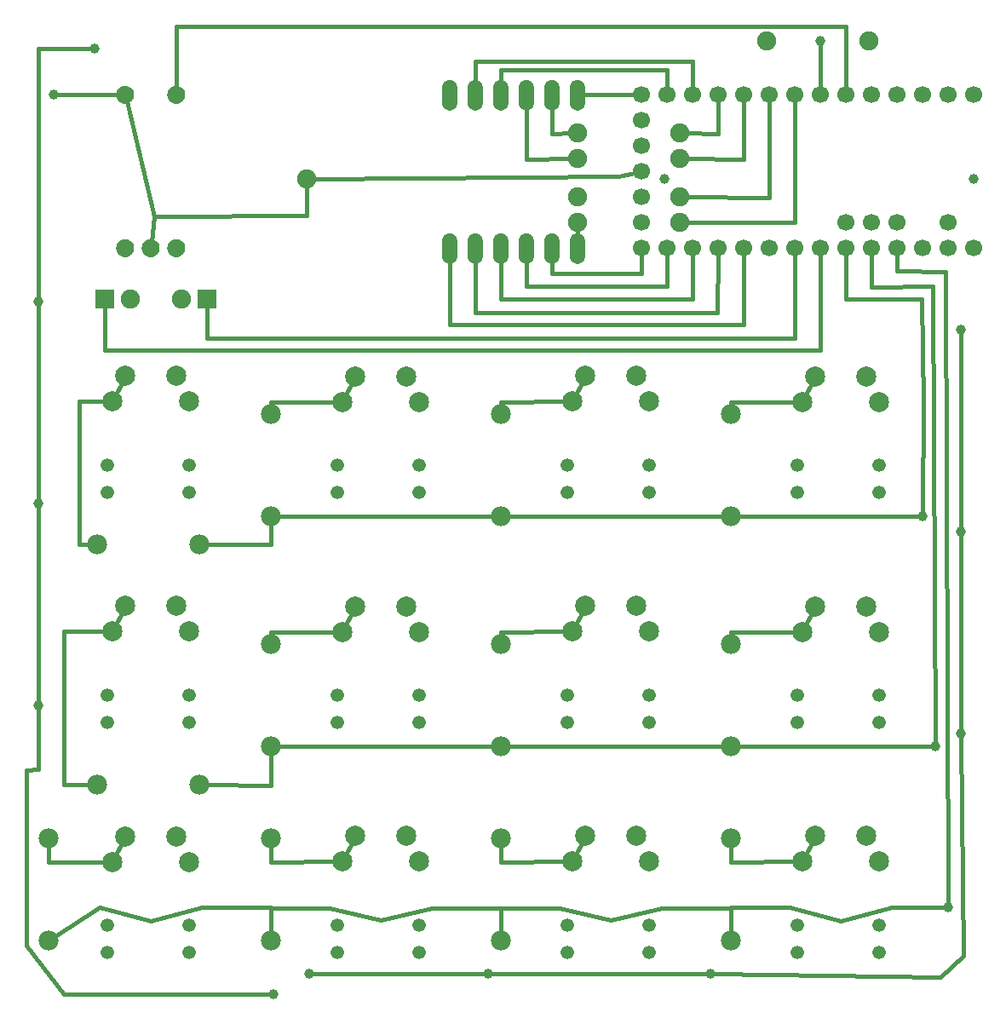
<source format=gbl>
G04 MADE WITH FRITZING*
G04 WWW.FRITZING.ORG*
G04 DOUBLE SIDED*
G04 HOLES PLATED*
G04 CONTOUR ON CENTER OF CONTOUR VECTOR*
%ASAXBY*%
%FSLAX23Y23*%
%MOIN*%
%OFA0B0*%
%SFA1.0B1.0*%
%ADD10C,0.039370*%
%ADD11C,0.066889*%
%ADD12C,0.075433*%
%ADD13C,0.075000*%
%ADD14C,0.078000*%
%ADD15C,0.070000*%
%ADD16C,0.052361*%
%ADD17C,0.078639*%
%ADD18C,0.058759*%
%ADD19R,0.075000X0.075000*%
%ADD20C,0.016000*%
%ADD21R,0.001000X0.001000*%
%LNCOPPER0*%
G90*
G70*
G54D10*
X2610Y3257D03*
G54D11*
X2520Y2987D03*
X2620Y2987D03*
X2720Y2987D03*
X2820Y2987D03*
X2920Y2987D03*
X3020Y2987D03*
X3120Y2987D03*
X3220Y2987D03*
X3320Y2987D03*
X3420Y2987D03*
X3520Y2987D03*
X3620Y2987D03*
X3720Y2987D03*
X3820Y2987D03*
X3720Y3087D03*
X3420Y3087D03*
X3520Y3087D03*
X2520Y3587D03*
X2620Y3587D03*
X2720Y3587D03*
X2820Y3587D03*
X2920Y3587D03*
X3020Y3587D03*
X3120Y3587D03*
X3220Y3587D03*
X3320Y3587D03*
X3420Y3587D03*
X3520Y3587D03*
X3620Y3587D03*
X3720Y3587D03*
X3820Y3587D03*
X3320Y3087D03*
X2520Y3387D03*
X2520Y3487D03*
X2520Y3287D03*
X2520Y3087D03*
X2520Y3187D03*
G54D10*
X3220Y3797D03*
X380Y3767D03*
X160Y2777D03*
G54D12*
X1210Y3257D03*
G54D13*
X3010Y3797D03*
X3410Y3797D03*
X2270Y3087D03*
X2670Y3087D03*
X2270Y3437D03*
X2670Y3437D03*
X2270Y3337D03*
X2670Y3337D03*
X2270Y3187D03*
X2670Y3187D03*
G54D14*
X200Y677D03*
X200Y277D03*
X200Y677D03*
X200Y277D03*
X200Y677D03*
X200Y277D03*
X1070Y677D03*
X1070Y277D03*
X1070Y677D03*
X1070Y277D03*
X1070Y677D03*
X1070Y277D03*
X1970Y677D03*
X1970Y277D03*
X1970Y677D03*
X1970Y277D03*
X1970Y677D03*
X1970Y277D03*
X2870Y677D03*
X2870Y277D03*
X2870Y677D03*
X2870Y277D03*
X2870Y677D03*
X2870Y277D03*
X2870Y1437D03*
X2870Y1037D03*
X2870Y1437D03*
X2870Y1037D03*
X2870Y1437D03*
X2870Y1037D03*
X1970Y1437D03*
X1970Y1037D03*
X1970Y1437D03*
X1970Y1037D03*
X1970Y1437D03*
X1970Y1037D03*
X1070Y1437D03*
X1070Y1037D03*
X1070Y1437D03*
X1070Y1037D03*
X1070Y1437D03*
X1070Y1037D03*
X390Y887D03*
X790Y887D03*
X390Y887D03*
X790Y887D03*
X390Y887D03*
X790Y887D03*
X2870Y2337D03*
X2870Y1937D03*
X2870Y2337D03*
X2870Y1937D03*
X2870Y2337D03*
X2870Y1937D03*
X1970Y2337D03*
X1970Y1937D03*
X1970Y2337D03*
X1970Y1937D03*
X1970Y2337D03*
X1970Y1937D03*
X1070Y2337D03*
X1070Y1937D03*
X1070Y2337D03*
X1070Y1937D03*
X1070Y2337D03*
X1070Y1937D03*
X390Y1827D03*
X790Y1827D03*
X390Y1827D03*
X790Y1827D03*
X390Y1827D03*
X790Y1827D03*
G54D13*
X820Y2787D03*
X720Y2787D03*
X820Y2787D03*
X720Y2787D03*
X420Y2787D03*
X520Y2787D03*
X420Y2787D03*
X520Y2787D03*
G54D15*
X500Y2987D03*
X600Y2987D03*
X700Y2987D03*
X500Y3587D03*
X700Y3587D03*
G54D16*
X750Y1238D03*
X431Y1238D03*
X750Y1132D03*
X431Y1132D03*
G54D17*
X450Y1487D03*
X500Y1587D03*
X700Y1587D03*
X750Y1487D03*
G54D16*
X750Y337D03*
X431Y337D03*
X750Y231D03*
X431Y231D03*
G54D17*
X450Y586D03*
X500Y686D03*
X700Y686D03*
X750Y586D03*
G54D16*
X3450Y2137D03*
X3131Y2137D03*
X3450Y2031D03*
X3131Y2031D03*
G54D17*
X3150Y2386D03*
X3200Y2486D03*
X3400Y2486D03*
X3450Y2386D03*
G54D16*
X2550Y2138D03*
X2231Y2138D03*
X2550Y2032D03*
X2231Y2032D03*
G54D17*
X2250Y2387D03*
X2300Y2487D03*
X2500Y2487D03*
X2550Y2387D03*
G54D16*
X1650Y2137D03*
X1331Y2137D03*
X1650Y2031D03*
X1331Y2031D03*
G54D17*
X1350Y2386D03*
X1400Y2486D03*
X1600Y2486D03*
X1650Y2386D03*
G54D16*
X750Y2138D03*
X431Y2138D03*
X750Y2032D03*
X431Y2032D03*
G54D17*
X451Y2387D03*
X500Y2487D03*
X700Y2487D03*
X750Y2387D03*
G54D16*
X3450Y1237D03*
X3131Y1237D03*
X3450Y1131D03*
X3131Y1131D03*
G54D17*
X3150Y1486D03*
X3200Y1586D03*
X3400Y1586D03*
X3450Y1486D03*
G54D16*
X2550Y1238D03*
X2231Y1238D03*
X2550Y1132D03*
X2231Y1132D03*
G54D17*
X2250Y1487D03*
X2300Y1587D03*
X2500Y1587D03*
X2550Y1487D03*
G54D16*
X1650Y1237D03*
X1331Y1237D03*
X1650Y1131D03*
X1331Y1131D03*
G54D17*
X1350Y1486D03*
X1400Y1586D03*
X1600Y1586D03*
X1650Y1486D03*
G54D16*
X1650Y338D03*
X1331Y338D03*
X1650Y232D03*
X1331Y232D03*
G54D17*
X1351Y587D03*
X1401Y687D03*
X1600Y687D03*
X1650Y587D03*
G54D16*
X2550Y338D03*
X2231Y338D03*
X2550Y232D03*
X2231Y232D03*
G54D17*
X2251Y587D03*
X2300Y687D03*
X2500Y687D03*
X2550Y587D03*
G54D16*
X3450Y338D03*
X3131Y338D03*
X3450Y232D03*
X3131Y232D03*
G54D17*
X3150Y587D03*
X3200Y687D03*
X3400Y687D03*
X3450Y587D03*
G54D10*
X3670Y1037D03*
X3720Y407D03*
X3820Y3257D03*
G54D18*
X1770Y3586D03*
X1870Y3586D03*
X1970Y3586D03*
X2070Y3586D03*
X2170Y3586D03*
X2270Y3587D03*
X1770Y2986D03*
X1870Y2986D03*
X1970Y2986D03*
X2070Y2986D03*
X2170Y2986D03*
X2270Y2987D03*
G54D10*
X3620Y1937D03*
X160Y1987D03*
X160Y1197D03*
X2790Y147D03*
X1920Y147D03*
X1220Y147D03*
X3770Y1087D03*
X3770Y1877D03*
X3770Y2667D03*
X220Y3587D03*
X1080Y67D03*
G54D19*
X820Y2787D03*
X820Y2787D03*
X420Y2787D03*
X420Y2787D03*
G54D20*
X3220Y3784D02*
X3220Y3612D01*
D02*
X159Y3768D02*
X367Y3767D01*
D02*
X160Y2790D02*
X159Y3768D01*
D02*
X819Y2636D02*
X3119Y2636D01*
D02*
X3119Y2636D02*
X3120Y2962D01*
D02*
X820Y2764D02*
X819Y2636D01*
D02*
X3021Y3186D02*
X2693Y3187D01*
D02*
X3020Y3562D02*
X3021Y3186D01*
D02*
X3120Y3088D02*
X2693Y3087D01*
D02*
X3120Y3562D02*
X3120Y3088D01*
D02*
X2920Y3336D02*
X2693Y3337D01*
D02*
X2920Y3562D02*
X2920Y3336D01*
D02*
X2820Y3436D02*
X2693Y3437D01*
D02*
X2820Y3562D02*
X2820Y3436D01*
D02*
X399Y407D02*
X221Y291D01*
D02*
X801Y407D02*
X600Y356D01*
D02*
X1069Y407D02*
X801Y407D01*
D02*
X600Y356D02*
X399Y407D01*
D02*
X1070Y302D02*
X1069Y407D01*
D02*
X1499Y357D02*
X1699Y406D01*
D02*
X1299Y406D02*
X1499Y357D01*
D02*
X1699Y406D02*
X1971Y406D01*
D02*
X1971Y406D02*
X1970Y302D01*
D02*
X1070Y302D02*
X1070Y406D01*
D02*
X1971Y406D02*
X1970Y302D01*
D02*
X2200Y406D02*
X1971Y406D01*
D02*
X2600Y406D02*
X2400Y357D01*
D02*
X2400Y357D02*
X2200Y406D01*
D02*
X2870Y302D02*
X2870Y406D01*
D02*
X3301Y356D02*
X3100Y407D01*
D02*
X3499Y407D02*
X3301Y356D01*
D02*
X2869Y407D02*
X2870Y302D01*
D02*
X3100Y407D02*
X2869Y407D01*
D02*
X3707Y407D02*
X3499Y407D01*
D02*
X2845Y1037D02*
X1995Y1037D01*
D02*
X3657Y1037D02*
X2895Y1037D01*
D02*
X1945Y1037D02*
X1095Y1037D01*
D02*
X1070Y1012D02*
X1070Y885D01*
D02*
X2869Y2386D02*
X2870Y2362D01*
D02*
X3126Y2386D02*
X2869Y2386D01*
D02*
X1969Y2386D02*
X1970Y2362D01*
D02*
X2226Y2387D02*
X1969Y2386D01*
D02*
X1945Y1937D02*
X1095Y1937D01*
D02*
X2845Y1937D02*
X1995Y1937D01*
D02*
X3126Y587D02*
X2869Y586D01*
D02*
X2869Y586D02*
X2870Y652D01*
D02*
X3161Y609D02*
X3189Y666D01*
D02*
X2227Y587D02*
X1969Y586D01*
D02*
X1969Y586D02*
X1970Y652D01*
D02*
X2261Y609D02*
X2290Y666D01*
D02*
X1361Y609D02*
X1390Y665D01*
D02*
X1327Y587D02*
X1070Y586D01*
D02*
X1070Y586D02*
X1070Y652D01*
D02*
X461Y608D02*
X490Y665D01*
D02*
X426Y586D02*
X199Y586D01*
D02*
X199Y586D02*
X200Y652D01*
D02*
X461Y1509D02*
X489Y1566D01*
D02*
X1326Y1486D02*
X1070Y1486D01*
D02*
X1070Y1486D02*
X1070Y1462D01*
D02*
X1361Y1508D02*
X1390Y1565D01*
D02*
X2226Y1487D02*
X1969Y1486D01*
D02*
X1969Y1486D02*
X1970Y1462D01*
D02*
X2289Y1565D02*
X2261Y1509D01*
D02*
X3126Y1486D02*
X2869Y1486D01*
D02*
X2869Y1486D02*
X2869Y1462D01*
D02*
X3161Y1508D02*
X3190Y1565D01*
D02*
X3161Y2408D02*
X3190Y2465D01*
D02*
X2261Y2409D02*
X2289Y2466D01*
D02*
X1361Y2408D02*
X1390Y2465D01*
D02*
X461Y2409D02*
X490Y2466D01*
D02*
X1326Y2386D02*
X1070Y2386D01*
D02*
X1070Y2386D02*
X1070Y2362D01*
D02*
X3220Y2962D02*
X3221Y2587D01*
D02*
X3221Y2587D02*
X420Y2587D01*
D02*
X420Y2587D02*
X420Y2764D01*
D02*
X700Y3856D02*
X700Y3608D01*
D02*
X3320Y3856D02*
X700Y3856D01*
D02*
X3320Y3612D02*
X3320Y3856D01*
D02*
X3661Y2837D02*
X3421Y2835D01*
D02*
X3421Y2835D02*
X3420Y2962D01*
D02*
X3670Y1050D02*
X3661Y2837D01*
D02*
X1069Y1828D02*
X1070Y1912D01*
D02*
X815Y1827D02*
X1069Y1828D01*
D02*
X320Y2388D02*
X320Y1828D01*
D02*
X320Y1828D02*
X365Y1827D01*
D02*
X427Y2387D02*
X320Y2388D01*
D02*
X259Y889D02*
X260Y1488D01*
D02*
X260Y1488D02*
X426Y1487D01*
D02*
X365Y887D02*
X259Y889D01*
D02*
X2431Y3268D02*
X2495Y3282D01*
D02*
X1233Y3257D02*
X2431Y3268D01*
D02*
X2069Y3336D02*
X2070Y3565D01*
D02*
X1869Y3718D02*
X2721Y3718D01*
D02*
X2169Y2888D02*
X2170Y2965D01*
D02*
X2620Y3612D02*
X2620Y3686D01*
D02*
X2519Y2888D02*
X2169Y2888D01*
D02*
X2720Y2787D02*
X1969Y2787D01*
D02*
X2720Y2962D02*
X2720Y2787D01*
D02*
X1870Y3606D02*
X1869Y3718D01*
D02*
X2169Y3436D02*
X2170Y3565D01*
D02*
X2818Y2736D02*
X1871Y2736D01*
D02*
X2071Y2837D02*
X2070Y2965D01*
D02*
X2247Y3337D02*
X2069Y3336D01*
D02*
X1969Y2787D02*
X1970Y2965D01*
D02*
X2270Y3064D02*
X2270Y3008D01*
D02*
X2620Y2962D02*
X2619Y2837D01*
D02*
X2520Y2962D02*
X2519Y2888D01*
D02*
X2619Y2837D02*
X2071Y2837D01*
D02*
X2920Y2689D02*
X1770Y2689D01*
D02*
X1770Y2689D02*
X1770Y2965D01*
D02*
X1970Y3686D02*
X1970Y3606D01*
D02*
X2721Y3718D02*
X2720Y3612D01*
D02*
X2620Y3686D02*
X1970Y3686D01*
D02*
X2820Y2962D02*
X2818Y2736D01*
D02*
X2920Y2962D02*
X2920Y2689D01*
D02*
X2247Y3437D02*
X2169Y3436D01*
D02*
X2495Y3587D02*
X2291Y3587D01*
D02*
X1871Y2736D02*
X1870Y2965D01*
D02*
X3607Y1937D02*
X2895Y1937D01*
D02*
X3618Y2787D02*
X3321Y2788D01*
D02*
X3321Y2788D02*
X3320Y2962D01*
D02*
X3622Y2386D02*
X3618Y2787D01*
D02*
X3620Y1950D02*
X3622Y2386D01*
D02*
X1070Y885D02*
X815Y887D01*
D02*
X2870Y406D02*
X2600Y406D01*
D02*
X1070Y406D02*
X1299Y406D01*
D02*
X3711Y2896D02*
X3720Y426D01*
D02*
X3520Y2898D02*
X3711Y2896D01*
D02*
X3520Y2962D02*
X3520Y2898D01*
D02*
X480Y3587D02*
X234Y3587D01*
D02*
X614Y3113D02*
X603Y3013D01*
D02*
X1211Y3116D02*
X614Y3113D01*
D02*
X1210Y3234D02*
X1211Y3116D01*
D02*
X614Y3113D02*
X506Y3562D01*
D02*
X160Y2764D02*
X160Y2000D01*
D02*
X160Y1974D02*
X160Y1210D01*
D02*
X112Y946D02*
X112Y257D01*
D02*
X112Y257D02*
X260Y68D01*
D02*
X160Y948D02*
X112Y946D01*
D02*
X260Y68D02*
X1067Y67D01*
D02*
X160Y1184D02*
X160Y948D01*
D02*
X1234Y147D02*
X1907Y147D01*
D02*
X1934Y147D02*
X2777Y147D01*
D02*
X3691Y136D02*
X3779Y218D01*
D02*
X3779Y218D02*
X3770Y1074D01*
D02*
X2804Y147D02*
X3691Y136D01*
D02*
X3770Y1100D02*
X3770Y1864D01*
D02*
X3770Y1890D02*
X3770Y2654D01*
G54D21*
X1770Y3646D02*
X1771Y3646D01*
X1870Y3646D02*
X1871Y3646D01*
X1970Y3646D02*
X1971Y3646D01*
X2070Y3646D02*
X2071Y3646D01*
X2170Y3646D02*
X2171Y3646D01*
X2269Y3646D02*
X2271Y3646D01*
X1763Y3645D02*
X1777Y3645D01*
X1863Y3645D02*
X1877Y3645D01*
X1963Y3645D02*
X1977Y3645D01*
X2063Y3645D02*
X2077Y3645D01*
X2163Y3645D02*
X2177Y3645D01*
X2263Y3645D02*
X2277Y3645D01*
X1760Y3644D02*
X1780Y3644D01*
X1860Y3644D02*
X1880Y3644D01*
X1960Y3644D02*
X1980Y3644D01*
X2060Y3644D02*
X2080Y3644D01*
X2160Y3644D02*
X2180Y3644D01*
X2260Y3644D02*
X2280Y3644D01*
X1757Y3643D02*
X1783Y3643D01*
X1857Y3643D02*
X1883Y3643D01*
X1957Y3643D02*
X1983Y3643D01*
X2057Y3643D02*
X2083Y3643D01*
X2157Y3643D02*
X2183Y3643D01*
X2257Y3643D02*
X2283Y3643D01*
X1756Y3642D02*
X1785Y3642D01*
X1856Y3642D02*
X1885Y3642D01*
X1956Y3642D02*
X1985Y3642D01*
X2056Y3642D02*
X2085Y3642D01*
X2156Y3642D02*
X2185Y3642D01*
X2256Y3642D02*
X2285Y3642D01*
X1754Y3641D02*
X1786Y3641D01*
X1854Y3641D02*
X1886Y3641D01*
X1954Y3641D02*
X1986Y3641D01*
X2054Y3641D02*
X2086Y3641D01*
X2154Y3641D02*
X2186Y3641D01*
X2254Y3641D02*
X2286Y3641D01*
X1753Y3640D02*
X1788Y3640D01*
X1853Y3640D02*
X1888Y3640D01*
X1953Y3640D02*
X1988Y3640D01*
X2053Y3640D02*
X2088Y3640D01*
X2153Y3640D02*
X2188Y3640D01*
X2252Y3640D02*
X2288Y3640D01*
X1751Y3639D02*
X1789Y3639D01*
X1851Y3639D02*
X1889Y3639D01*
X1951Y3639D02*
X1989Y3639D01*
X2051Y3639D02*
X2089Y3639D01*
X2151Y3639D02*
X2189Y3639D01*
X2251Y3639D02*
X2289Y3639D01*
X1750Y3638D02*
X1790Y3638D01*
X1850Y3638D02*
X1890Y3638D01*
X1950Y3638D02*
X1990Y3638D01*
X2050Y3638D02*
X2090Y3638D01*
X2150Y3638D02*
X2190Y3638D01*
X2250Y3638D02*
X2290Y3638D01*
X1749Y3637D02*
X1791Y3637D01*
X1849Y3637D02*
X1891Y3637D01*
X1949Y3637D02*
X1991Y3637D01*
X2049Y3637D02*
X2091Y3637D01*
X2149Y3637D02*
X2191Y3637D01*
X2249Y3637D02*
X2291Y3637D01*
X1748Y3636D02*
X1792Y3636D01*
X1848Y3636D02*
X1892Y3636D01*
X1948Y3636D02*
X1992Y3636D01*
X2048Y3636D02*
X2092Y3636D01*
X2148Y3636D02*
X2192Y3636D01*
X2248Y3636D02*
X2292Y3636D01*
X1747Y3635D02*
X1793Y3635D01*
X1847Y3635D02*
X1893Y3635D01*
X1947Y3635D02*
X1993Y3635D01*
X2047Y3635D02*
X2093Y3635D01*
X2147Y3635D02*
X2193Y3635D01*
X2247Y3635D02*
X2293Y3635D01*
X1747Y3634D02*
X1794Y3634D01*
X1847Y3634D02*
X1894Y3634D01*
X1947Y3634D02*
X1994Y3634D01*
X2047Y3634D02*
X2094Y3634D01*
X2147Y3634D02*
X2194Y3634D01*
X2247Y3634D02*
X2294Y3634D01*
X1746Y3633D02*
X1794Y3633D01*
X1846Y3633D02*
X1894Y3633D01*
X1946Y3633D02*
X1994Y3633D01*
X2046Y3633D02*
X2094Y3633D01*
X2146Y3633D02*
X2194Y3633D01*
X2246Y3633D02*
X2294Y3633D01*
X1745Y3632D02*
X1795Y3632D01*
X1845Y3632D02*
X1895Y3632D01*
X1945Y3632D02*
X1995Y3632D01*
X2045Y3632D02*
X2095Y3632D01*
X2145Y3632D02*
X2195Y3632D01*
X2245Y3632D02*
X2295Y3632D01*
X1745Y3631D02*
X1796Y3631D01*
X1845Y3631D02*
X1896Y3631D01*
X1945Y3631D02*
X1996Y3631D01*
X2045Y3631D02*
X2096Y3631D01*
X2145Y3631D02*
X2196Y3631D01*
X2245Y3631D02*
X2296Y3631D01*
X1744Y3630D02*
X1796Y3630D01*
X1844Y3630D02*
X1896Y3630D01*
X1944Y3630D02*
X1996Y3630D01*
X2044Y3630D02*
X2096Y3630D01*
X2144Y3630D02*
X2196Y3630D01*
X2244Y3630D02*
X2296Y3630D01*
X1744Y3629D02*
X1797Y3629D01*
X1844Y3629D02*
X1897Y3629D01*
X1944Y3629D02*
X1997Y3629D01*
X2044Y3629D02*
X2097Y3629D01*
X2144Y3629D02*
X2197Y3629D01*
X2243Y3629D02*
X2297Y3629D01*
X1743Y3628D02*
X1797Y3628D01*
X1843Y3628D02*
X1897Y3628D01*
X1943Y3628D02*
X1997Y3628D01*
X2043Y3628D02*
X2097Y3628D01*
X2143Y3628D02*
X2197Y3628D01*
X2243Y3628D02*
X2297Y3628D01*
X1743Y3627D02*
X1797Y3627D01*
X1843Y3627D02*
X1897Y3627D01*
X1943Y3627D02*
X1997Y3627D01*
X2043Y3627D02*
X2097Y3627D01*
X2143Y3627D02*
X2197Y3627D01*
X2243Y3627D02*
X2297Y3627D01*
X1742Y3626D02*
X1798Y3626D01*
X1842Y3626D02*
X1898Y3626D01*
X1942Y3626D02*
X1998Y3626D01*
X2042Y3626D02*
X2098Y3626D01*
X2142Y3626D02*
X2198Y3626D01*
X2242Y3626D02*
X2298Y3626D01*
X1742Y3625D02*
X1798Y3625D01*
X1842Y3625D02*
X1898Y3625D01*
X1942Y3625D02*
X1998Y3625D01*
X2042Y3625D02*
X2098Y3625D01*
X2142Y3625D02*
X2198Y3625D01*
X2242Y3625D02*
X2298Y3625D01*
X1742Y3624D02*
X1798Y3624D01*
X1842Y3624D02*
X1898Y3624D01*
X1942Y3624D02*
X1998Y3624D01*
X2042Y3624D02*
X2098Y3624D01*
X2142Y3624D02*
X2198Y3624D01*
X2242Y3624D02*
X2298Y3624D01*
X1741Y3623D02*
X1799Y3623D01*
X1841Y3623D02*
X1899Y3623D01*
X1941Y3623D02*
X1999Y3623D01*
X2041Y3623D02*
X2099Y3623D01*
X2141Y3623D02*
X2199Y3623D01*
X2241Y3623D02*
X2299Y3623D01*
X495Y3622D02*
X504Y3622D01*
X695Y3622D02*
X704Y3622D01*
X1741Y3622D02*
X1799Y3622D01*
X1841Y3622D02*
X1899Y3622D01*
X1941Y3622D02*
X1999Y3622D01*
X2041Y3622D02*
X2099Y3622D01*
X2141Y3622D02*
X2199Y3622D01*
X2241Y3622D02*
X2299Y3622D01*
X491Y3621D02*
X508Y3621D01*
X691Y3621D02*
X708Y3621D01*
X1741Y3621D02*
X1799Y3621D01*
X1841Y3621D02*
X1899Y3621D01*
X1941Y3621D02*
X1999Y3621D01*
X2041Y3621D02*
X2099Y3621D01*
X2141Y3621D02*
X2199Y3621D01*
X2241Y3621D02*
X2299Y3621D01*
X488Y3620D02*
X511Y3620D01*
X688Y3620D02*
X711Y3620D01*
X1741Y3620D02*
X1799Y3620D01*
X1841Y3620D02*
X1899Y3620D01*
X1941Y3620D02*
X1999Y3620D01*
X2041Y3620D02*
X2099Y3620D01*
X2141Y3620D02*
X2199Y3620D01*
X2241Y3620D02*
X2299Y3620D01*
X485Y3619D02*
X514Y3619D01*
X685Y3619D02*
X714Y3619D01*
X1741Y3619D02*
X1799Y3619D01*
X1841Y3619D02*
X1899Y3619D01*
X1941Y3619D02*
X1999Y3619D01*
X2041Y3619D02*
X2099Y3619D01*
X2141Y3619D02*
X2199Y3619D01*
X2241Y3619D02*
X2299Y3619D01*
X483Y3618D02*
X516Y3618D01*
X683Y3618D02*
X716Y3618D01*
X1741Y3618D02*
X1799Y3618D01*
X1841Y3618D02*
X1899Y3618D01*
X1941Y3618D02*
X1999Y3618D01*
X2041Y3618D02*
X2099Y3618D01*
X2141Y3618D02*
X2199Y3618D01*
X2241Y3618D02*
X2299Y3618D01*
X482Y3617D02*
X518Y3617D01*
X682Y3617D02*
X718Y3617D01*
X1741Y3617D02*
X1800Y3617D01*
X1841Y3617D02*
X1900Y3617D01*
X1941Y3617D02*
X2000Y3617D01*
X2041Y3617D02*
X2100Y3617D01*
X2141Y3617D02*
X2200Y3617D01*
X2241Y3617D02*
X2299Y3617D01*
X480Y3616D02*
X519Y3616D01*
X680Y3616D02*
X719Y3616D01*
X1741Y3616D02*
X1800Y3616D01*
X1841Y3616D02*
X1900Y3616D01*
X1941Y3616D02*
X2000Y3616D01*
X2041Y3616D02*
X2100Y3616D01*
X2141Y3616D02*
X2200Y3616D01*
X2241Y3616D02*
X2300Y3616D01*
X479Y3615D02*
X521Y3615D01*
X679Y3615D02*
X721Y3615D01*
X1741Y3615D02*
X1800Y3615D01*
X1841Y3615D02*
X1900Y3615D01*
X1941Y3615D02*
X2000Y3615D01*
X2041Y3615D02*
X2100Y3615D01*
X2141Y3615D02*
X2200Y3615D01*
X2241Y3615D02*
X2300Y3615D01*
X477Y3614D02*
X522Y3614D01*
X677Y3614D02*
X722Y3614D01*
X1741Y3614D02*
X1800Y3614D01*
X1841Y3614D02*
X1900Y3614D01*
X1941Y3614D02*
X2000Y3614D01*
X2041Y3614D02*
X2100Y3614D01*
X2141Y3614D02*
X2200Y3614D01*
X2241Y3614D02*
X2300Y3614D01*
X476Y3613D02*
X523Y3613D01*
X676Y3613D02*
X723Y3613D01*
X1741Y3613D02*
X1800Y3613D01*
X1841Y3613D02*
X1900Y3613D01*
X1941Y3613D02*
X2000Y3613D01*
X2041Y3613D02*
X2100Y3613D01*
X2141Y3613D02*
X2200Y3613D01*
X2241Y3613D02*
X2300Y3613D01*
X475Y3612D02*
X524Y3612D01*
X675Y3612D02*
X724Y3612D01*
X1741Y3612D02*
X1800Y3612D01*
X1841Y3612D02*
X1900Y3612D01*
X1941Y3612D02*
X2000Y3612D01*
X2041Y3612D02*
X2100Y3612D01*
X2141Y3612D02*
X2200Y3612D01*
X2241Y3612D02*
X2300Y3612D01*
X474Y3611D02*
X525Y3611D01*
X674Y3611D02*
X725Y3611D01*
X1741Y3611D02*
X1800Y3611D01*
X1841Y3611D02*
X1900Y3611D01*
X1941Y3611D02*
X2000Y3611D01*
X2041Y3611D02*
X2100Y3611D01*
X2141Y3611D02*
X2200Y3611D01*
X2241Y3611D02*
X2300Y3611D01*
X473Y3610D02*
X526Y3610D01*
X673Y3610D02*
X726Y3610D01*
X1741Y3610D02*
X1800Y3610D01*
X1841Y3610D02*
X1900Y3610D01*
X1941Y3610D02*
X2000Y3610D01*
X2041Y3610D02*
X2100Y3610D01*
X2141Y3610D02*
X2200Y3610D01*
X2241Y3610D02*
X2300Y3610D01*
X473Y3609D02*
X527Y3609D01*
X673Y3609D02*
X727Y3609D01*
X1741Y3609D02*
X1800Y3609D01*
X1841Y3609D02*
X1900Y3609D01*
X1941Y3609D02*
X2000Y3609D01*
X2041Y3609D02*
X2100Y3609D01*
X2141Y3609D02*
X2200Y3609D01*
X2241Y3609D02*
X2300Y3609D01*
X472Y3608D02*
X527Y3608D01*
X672Y3608D02*
X727Y3608D01*
X1741Y3608D02*
X1800Y3608D01*
X1841Y3608D02*
X1900Y3608D01*
X1941Y3608D02*
X2000Y3608D01*
X2041Y3608D02*
X2100Y3608D01*
X2141Y3608D02*
X2200Y3608D01*
X2241Y3608D02*
X2300Y3608D01*
X471Y3607D02*
X528Y3607D01*
X671Y3607D02*
X728Y3607D01*
X1741Y3607D02*
X1800Y3607D01*
X1841Y3607D02*
X1900Y3607D01*
X1941Y3607D02*
X2000Y3607D01*
X2041Y3607D02*
X2100Y3607D01*
X2141Y3607D02*
X2200Y3607D01*
X2241Y3607D02*
X2300Y3607D01*
X471Y3606D02*
X529Y3606D01*
X671Y3606D02*
X729Y3606D01*
X1741Y3606D02*
X1769Y3606D01*
X1771Y3606D02*
X1800Y3606D01*
X1841Y3606D02*
X1869Y3606D01*
X1871Y3606D02*
X1900Y3606D01*
X1941Y3606D02*
X1969Y3606D01*
X1971Y3606D02*
X2000Y3606D01*
X2041Y3606D02*
X2069Y3606D01*
X2071Y3606D02*
X2100Y3606D01*
X2141Y3606D02*
X2169Y3606D01*
X2171Y3606D02*
X2200Y3606D01*
X2241Y3606D02*
X2269Y3606D01*
X2271Y3606D02*
X2300Y3606D01*
X470Y3605D02*
X529Y3605D01*
X670Y3605D02*
X729Y3605D01*
X1741Y3605D02*
X1763Y3605D01*
X1777Y3605D02*
X1800Y3605D01*
X1841Y3605D02*
X1863Y3605D01*
X1877Y3605D02*
X1900Y3605D01*
X1941Y3605D02*
X1963Y3605D01*
X1977Y3605D02*
X2000Y3605D01*
X2041Y3605D02*
X2063Y3605D01*
X2077Y3605D02*
X2100Y3605D01*
X2141Y3605D02*
X2163Y3605D01*
X2177Y3605D02*
X2200Y3605D01*
X2241Y3605D02*
X2263Y3605D01*
X2277Y3605D02*
X2300Y3605D01*
X469Y3604D02*
X530Y3604D01*
X669Y3604D02*
X730Y3604D01*
X1741Y3604D02*
X1761Y3604D01*
X1779Y3604D02*
X1800Y3604D01*
X1841Y3604D02*
X1861Y3604D01*
X1879Y3604D02*
X1900Y3604D01*
X1941Y3604D02*
X1961Y3604D01*
X1979Y3604D02*
X2000Y3604D01*
X2041Y3604D02*
X2061Y3604D01*
X2079Y3604D02*
X2100Y3604D01*
X2141Y3604D02*
X2161Y3604D01*
X2179Y3604D02*
X2200Y3604D01*
X2241Y3604D02*
X2261Y3604D01*
X2279Y3604D02*
X2300Y3604D01*
X469Y3603D02*
X530Y3603D01*
X669Y3603D02*
X730Y3603D01*
X1741Y3603D02*
X1759Y3603D01*
X1781Y3603D02*
X1800Y3603D01*
X1841Y3603D02*
X1859Y3603D01*
X1881Y3603D02*
X1900Y3603D01*
X1941Y3603D02*
X1959Y3603D01*
X1981Y3603D02*
X2000Y3603D01*
X2041Y3603D02*
X2059Y3603D01*
X2081Y3603D02*
X2100Y3603D01*
X2141Y3603D02*
X2159Y3603D01*
X2181Y3603D02*
X2200Y3603D01*
X2241Y3603D02*
X2259Y3603D01*
X2281Y3603D02*
X2300Y3603D01*
X469Y3602D02*
X495Y3602D01*
X504Y3602D02*
X531Y3602D01*
X669Y3602D02*
X695Y3602D01*
X704Y3602D02*
X731Y3602D01*
X1741Y3602D02*
X1758Y3602D01*
X1782Y3602D02*
X1800Y3602D01*
X1841Y3602D02*
X1858Y3602D01*
X1882Y3602D02*
X1900Y3602D01*
X1941Y3602D02*
X1958Y3602D01*
X1982Y3602D02*
X2000Y3602D01*
X2041Y3602D02*
X2058Y3602D01*
X2082Y3602D02*
X2100Y3602D01*
X2141Y3602D02*
X2158Y3602D01*
X2182Y3602D02*
X2200Y3602D01*
X2241Y3602D02*
X2258Y3602D01*
X2282Y3602D02*
X2300Y3602D01*
X468Y3601D02*
X492Y3601D01*
X507Y3601D02*
X531Y3601D01*
X668Y3601D02*
X692Y3601D01*
X707Y3601D02*
X731Y3601D01*
X1741Y3601D02*
X1756Y3601D01*
X1784Y3601D02*
X1800Y3601D01*
X1841Y3601D02*
X1856Y3601D01*
X1884Y3601D02*
X1900Y3601D01*
X1941Y3601D02*
X1956Y3601D01*
X1984Y3601D02*
X2000Y3601D01*
X2041Y3601D02*
X2056Y3601D01*
X2084Y3601D02*
X2100Y3601D01*
X2141Y3601D02*
X2156Y3601D01*
X2184Y3601D02*
X2200Y3601D01*
X2241Y3601D02*
X2256Y3601D01*
X2284Y3601D02*
X2300Y3601D01*
X468Y3600D02*
X491Y3600D01*
X508Y3600D02*
X532Y3600D01*
X668Y3600D02*
X691Y3600D01*
X708Y3600D02*
X732Y3600D01*
X1741Y3600D02*
X1755Y3600D01*
X1785Y3600D02*
X1800Y3600D01*
X1841Y3600D02*
X1855Y3600D01*
X1885Y3600D02*
X1900Y3600D01*
X1941Y3600D02*
X1955Y3600D01*
X1985Y3600D02*
X2000Y3600D01*
X2041Y3600D02*
X2055Y3600D01*
X2085Y3600D02*
X2100Y3600D01*
X2141Y3600D02*
X2155Y3600D01*
X2185Y3600D02*
X2200Y3600D01*
X2241Y3600D02*
X2255Y3600D01*
X2285Y3600D02*
X2300Y3600D01*
X467Y3599D02*
X490Y3599D01*
X510Y3599D02*
X532Y3599D01*
X667Y3599D02*
X690Y3599D01*
X710Y3599D02*
X732Y3599D01*
X1741Y3599D02*
X1754Y3599D01*
X1786Y3599D02*
X1800Y3599D01*
X1841Y3599D02*
X1854Y3599D01*
X1886Y3599D02*
X1900Y3599D01*
X1941Y3599D02*
X1954Y3599D01*
X1986Y3599D02*
X2000Y3599D01*
X2041Y3599D02*
X2054Y3599D01*
X2086Y3599D02*
X2100Y3599D01*
X2141Y3599D02*
X2154Y3599D01*
X2186Y3599D02*
X2200Y3599D01*
X2241Y3599D02*
X2254Y3599D01*
X2286Y3599D02*
X2300Y3599D01*
X467Y3598D02*
X488Y3598D01*
X511Y3598D02*
X532Y3598D01*
X667Y3598D02*
X688Y3598D01*
X711Y3598D02*
X732Y3598D01*
X1741Y3598D02*
X1754Y3598D01*
X1786Y3598D02*
X1800Y3598D01*
X1841Y3598D02*
X1854Y3598D01*
X1886Y3598D02*
X1900Y3598D01*
X1941Y3598D02*
X1954Y3598D01*
X1986Y3598D02*
X2000Y3598D01*
X2041Y3598D02*
X2054Y3598D01*
X2086Y3598D02*
X2100Y3598D01*
X2141Y3598D02*
X2154Y3598D01*
X2186Y3598D02*
X2200Y3598D01*
X2241Y3598D02*
X2254Y3598D01*
X2286Y3598D02*
X2300Y3598D01*
X467Y3597D02*
X488Y3597D01*
X512Y3597D02*
X533Y3597D01*
X667Y3597D02*
X688Y3597D01*
X712Y3597D02*
X733Y3597D01*
X1741Y3597D02*
X1753Y3597D01*
X1787Y3597D02*
X1800Y3597D01*
X1841Y3597D02*
X1853Y3597D01*
X1887Y3597D02*
X1900Y3597D01*
X1941Y3597D02*
X1953Y3597D01*
X1987Y3597D02*
X2000Y3597D01*
X2041Y3597D02*
X2053Y3597D01*
X2087Y3597D02*
X2100Y3597D01*
X2141Y3597D02*
X2153Y3597D01*
X2187Y3597D02*
X2200Y3597D01*
X2241Y3597D02*
X2253Y3597D01*
X2287Y3597D02*
X2300Y3597D01*
X466Y3596D02*
X487Y3596D01*
X513Y3596D02*
X533Y3596D01*
X666Y3596D02*
X687Y3596D01*
X713Y3596D02*
X733Y3596D01*
X1741Y3596D02*
X1752Y3596D01*
X1788Y3596D02*
X1800Y3596D01*
X1841Y3596D02*
X1852Y3596D01*
X1888Y3596D02*
X1900Y3596D01*
X1941Y3596D02*
X1952Y3596D01*
X1988Y3596D02*
X2000Y3596D01*
X2041Y3596D02*
X2052Y3596D01*
X2088Y3596D02*
X2100Y3596D01*
X2141Y3596D02*
X2152Y3596D01*
X2188Y3596D02*
X2200Y3596D01*
X2241Y3596D02*
X2252Y3596D01*
X2288Y3596D02*
X2300Y3596D01*
X466Y3595D02*
X486Y3595D01*
X513Y3595D02*
X533Y3595D01*
X666Y3595D02*
X686Y3595D01*
X713Y3595D02*
X733Y3595D01*
X1741Y3595D02*
X1752Y3595D01*
X1788Y3595D02*
X1800Y3595D01*
X1841Y3595D02*
X1852Y3595D01*
X1888Y3595D02*
X1900Y3595D01*
X1941Y3595D02*
X1952Y3595D01*
X1988Y3595D02*
X2000Y3595D01*
X2041Y3595D02*
X2052Y3595D01*
X2088Y3595D02*
X2100Y3595D01*
X2141Y3595D02*
X2152Y3595D01*
X2188Y3595D02*
X2200Y3595D01*
X2241Y3595D02*
X2252Y3595D01*
X2288Y3595D02*
X2300Y3595D01*
X466Y3594D02*
X485Y3594D01*
X514Y3594D02*
X533Y3594D01*
X666Y3594D02*
X685Y3594D01*
X714Y3594D02*
X733Y3594D01*
X1741Y3594D02*
X1751Y3594D01*
X1789Y3594D02*
X1800Y3594D01*
X1841Y3594D02*
X1851Y3594D01*
X1889Y3594D02*
X1900Y3594D01*
X1941Y3594D02*
X1951Y3594D01*
X1989Y3594D02*
X2000Y3594D01*
X2041Y3594D02*
X2051Y3594D01*
X2089Y3594D02*
X2100Y3594D01*
X2141Y3594D02*
X2151Y3594D01*
X2189Y3594D02*
X2200Y3594D01*
X2241Y3594D02*
X2251Y3594D01*
X2289Y3594D02*
X2300Y3594D01*
X466Y3593D02*
X485Y3593D01*
X514Y3593D02*
X534Y3593D01*
X666Y3593D02*
X685Y3593D01*
X714Y3593D02*
X734Y3593D01*
X1741Y3593D02*
X1751Y3593D01*
X1789Y3593D02*
X1800Y3593D01*
X1841Y3593D02*
X1851Y3593D01*
X1889Y3593D02*
X1900Y3593D01*
X1941Y3593D02*
X1951Y3593D01*
X1989Y3593D02*
X2000Y3593D01*
X2041Y3593D02*
X2051Y3593D01*
X2089Y3593D02*
X2100Y3593D01*
X2141Y3593D02*
X2151Y3593D01*
X2189Y3593D02*
X2200Y3593D01*
X2241Y3593D02*
X2251Y3593D01*
X2289Y3593D02*
X2300Y3593D01*
X466Y3592D02*
X485Y3592D01*
X515Y3592D02*
X534Y3592D01*
X666Y3592D02*
X685Y3592D01*
X715Y3592D02*
X734Y3592D01*
X1741Y3592D02*
X1751Y3592D01*
X1790Y3592D02*
X1800Y3592D01*
X1841Y3592D02*
X1851Y3592D01*
X1890Y3592D02*
X1900Y3592D01*
X1941Y3592D02*
X1951Y3592D01*
X1990Y3592D02*
X2000Y3592D01*
X2041Y3592D02*
X2051Y3592D01*
X2090Y3592D02*
X2100Y3592D01*
X2141Y3592D02*
X2151Y3592D01*
X2190Y3592D02*
X2200Y3592D01*
X2241Y3592D02*
X2251Y3592D01*
X2290Y3592D02*
X2300Y3592D01*
X465Y3591D02*
X484Y3591D01*
X515Y3591D02*
X534Y3591D01*
X665Y3591D02*
X684Y3591D01*
X715Y3591D02*
X734Y3591D01*
X1741Y3591D02*
X1750Y3591D01*
X1790Y3591D02*
X1800Y3591D01*
X1841Y3591D02*
X1850Y3591D01*
X1890Y3591D02*
X1900Y3591D01*
X1941Y3591D02*
X1950Y3591D01*
X1990Y3591D02*
X2000Y3591D01*
X2041Y3591D02*
X2050Y3591D01*
X2090Y3591D02*
X2100Y3591D01*
X2141Y3591D02*
X2150Y3591D01*
X2190Y3591D02*
X2200Y3591D01*
X2241Y3591D02*
X2250Y3591D01*
X2290Y3591D02*
X2300Y3591D01*
X465Y3590D02*
X484Y3590D01*
X515Y3590D02*
X534Y3590D01*
X665Y3590D02*
X684Y3590D01*
X715Y3590D02*
X734Y3590D01*
X1741Y3590D02*
X1750Y3590D01*
X1790Y3590D02*
X1800Y3590D01*
X1841Y3590D02*
X1850Y3590D01*
X1890Y3590D02*
X1900Y3590D01*
X1941Y3590D02*
X1950Y3590D01*
X1990Y3590D02*
X2000Y3590D01*
X2041Y3590D02*
X2050Y3590D01*
X2090Y3590D02*
X2100Y3590D01*
X2141Y3590D02*
X2150Y3590D01*
X2190Y3590D02*
X2200Y3590D01*
X2241Y3590D02*
X2250Y3590D01*
X2290Y3590D02*
X2300Y3590D01*
X465Y3589D02*
X484Y3589D01*
X515Y3589D02*
X534Y3589D01*
X665Y3589D02*
X684Y3589D01*
X715Y3589D02*
X734Y3589D01*
X1741Y3589D02*
X1750Y3589D01*
X1790Y3589D02*
X1800Y3589D01*
X1841Y3589D02*
X1850Y3589D01*
X1890Y3589D02*
X1900Y3589D01*
X1941Y3589D02*
X1950Y3589D01*
X1990Y3589D02*
X2000Y3589D01*
X2041Y3589D02*
X2050Y3589D01*
X2090Y3589D02*
X2100Y3589D01*
X2141Y3589D02*
X2150Y3589D01*
X2190Y3589D02*
X2200Y3589D01*
X2241Y3589D02*
X2250Y3589D01*
X2290Y3589D02*
X2300Y3589D01*
X465Y3588D02*
X484Y3588D01*
X515Y3588D02*
X534Y3588D01*
X665Y3588D02*
X684Y3588D01*
X715Y3588D02*
X734Y3588D01*
X1741Y3588D02*
X1750Y3588D01*
X1790Y3588D02*
X1800Y3588D01*
X1841Y3588D02*
X1850Y3588D01*
X1890Y3588D02*
X1900Y3588D01*
X1941Y3588D02*
X1950Y3588D01*
X1990Y3588D02*
X2000Y3588D01*
X2041Y3588D02*
X2050Y3588D01*
X2090Y3588D02*
X2100Y3588D01*
X2141Y3588D02*
X2150Y3588D01*
X2190Y3588D02*
X2200Y3588D01*
X2241Y3588D02*
X2250Y3588D01*
X2290Y3588D02*
X2300Y3588D01*
X465Y3587D02*
X484Y3587D01*
X515Y3587D02*
X534Y3587D01*
X665Y3587D02*
X684Y3587D01*
X715Y3587D02*
X734Y3587D01*
X1741Y3587D02*
X1750Y3587D01*
X1790Y3587D02*
X1800Y3587D01*
X1841Y3587D02*
X1850Y3587D01*
X1890Y3587D02*
X1900Y3587D01*
X1941Y3587D02*
X1950Y3587D01*
X1990Y3587D02*
X2000Y3587D01*
X2041Y3587D02*
X2050Y3587D01*
X2090Y3587D02*
X2100Y3587D01*
X2141Y3587D02*
X2150Y3587D01*
X2190Y3587D02*
X2200Y3587D01*
X2241Y3587D02*
X2250Y3587D01*
X2290Y3587D02*
X2300Y3587D01*
X465Y3586D02*
X484Y3586D01*
X515Y3586D02*
X534Y3586D01*
X665Y3586D02*
X684Y3586D01*
X715Y3586D02*
X734Y3586D01*
X1741Y3586D02*
X1750Y3586D01*
X1791Y3586D02*
X1800Y3586D01*
X1841Y3586D02*
X1850Y3586D01*
X1891Y3586D02*
X1900Y3586D01*
X1941Y3586D02*
X1950Y3586D01*
X1991Y3586D02*
X2000Y3586D01*
X2041Y3586D02*
X2050Y3586D01*
X2091Y3586D02*
X2100Y3586D01*
X2141Y3586D02*
X2150Y3586D01*
X2191Y3586D02*
X2200Y3586D01*
X2241Y3586D02*
X2250Y3586D01*
X2291Y3586D02*
X2300Y3586D01*
X465Y3585D02*
X484Y3585D01*
X515Y3585D02*
X534Y3585D01*
X665Y3585D02*
X684Y3585D01*
X715Y3585D02*
X734Y3585D01*
X1741Y3585D02*
X1750Y3585D01*
X1790Y3585D02*
X1800Y3585D01*
X1841Y3585D02*
X1850Y3585D01*
X1890Y3585D02*
X1900Y3585D01*
X1941Y3585D02*
X1950Y3585D01*
X1990Y3585D02*
X2000Y3585D01*
X2041Y3585D02*
X2050Y3585D01*
X2090Y3585D02*
X2100Y3585D01*
X2141Y3585D02*
X2150Y3585D01*
X2190Y3585D02*
X2200Y3585D01*
X2241Y3585D02*
X2250Y3585D01*
X2290Y3585D02*
X2300Y3585D01*
X465Y3584D02*
X484Y3584D01*
X515Y3584D02*
X534Y3584D01*
X665Y3584D02*
X684Y3584D01*
X715Y3584D02*
X734Y3584D01*
X1741Y3584D02*
X1750Y3584D01*
X1790Y3584D02*
X1800Y3584D01*
X1841Y3584D02*
X1850Y3584D01*
X1890Y3584D02*
X1900Y3584D01*
X1941Y3584D02*
X1950Y3584D01*
X1990Y3584D02*
X2000Y3584D01*
X2041Y3584D02*
X2050Y3584D01*
X2090Y3584D02*
X2100Y3584D01*
X2141Y3584D02*
X2150Y3584D01*
X2190Y3584D02*
X2200Y3584D01*
X2241Y3584D02*
X2250Y3584D01*
X2290Y3584D02*
X2300Y3584D01*
X465Y3583D02*
X485Y3583D01*
X515Y3583D02*
X534Y3583D01*
X665Y3583D02*
X685Y3583D01*
X715Y3583D02*
X734Y3583D01*
X1741Y3583D02*
X1750Y3583D01*
X1790Y3583D02*
X1800Y3583D01*
X1841Y3583D02*
X1850Y3583D01*
X1890Y3583D02*
X1900Y3583D01*
X1941Y3583D02*
X1950Y3583D01*
X1990Y3583D02*
X2000Y3583D01*
X2041Y3583D02*
X2050Y3583D01*
X2090Y3583D02*
X2100Y3583D01*
X2141Y3583D02*
X2150Y3583D01*
X2190Y3583D02*
X2200Y3583D01*
X2241Y3583D02*
X2250Y3583D01*
X2290Y3583D02*
X2300Y3583D01*
X466Y3582D02*
X485Y3582D01*
X514Y3582D02*
X534Y3582D01*
X666Y3582D02*
X685Y3582D01*
X714Y3582D02*
X734Y3582D01*
X1741Y3582D02*
X1750Y3582D01*
X1790Y3582D02*
X1800Y3582D01*
X1841Y3582D02*
X1850Y3582D01*
X1890Y3582D02*
X1900Y3582D01*
X1941Y3582D02*
X1950Y3582D01*
X1990Y3582D02*
X2000Y3582D01*
X2041Y3582D02*
X2050Y3582D01*
X2090Y3582D02*
X2100Y3582D01*
X2141Y3582D02*
X2150Y3582D01*
X2190Y3582D02*
X2200Y3582D01*
X2241Y3582D02*
X2250Y3582D01*
X2290Y3582D02*
X2300Y3582D01*
X466Y3581D02*
X485Y3581D01*
X514Y3581D02*
X533Y3581D01*
X666Y3581D02*
X685Y3581D01*
X714Y3581D02*
X733Y3581D01*
X1741Y3581D02*
X1750Y3581D01*
X1790Y3581D02*
X1800Y3581D01*
X1841Y3581D02*
X1850Y3581D01*
X1890Y3581D02*
X1900Y3581D01*
X1941Y3581D02*
X1950Y3581D01*
X1990Y3581D02*
X2000Y3581D01*
X2041Y3581D02*
X2050Y3581D01*
X2090Y3581D02*
X2100Y3581D01*
X2141Y3581D02*
X2150Y3581D01*
X2190Y3581D02*
X2200Y3581D01*
X2241Y3581D02*
X2250Y3581D01*
X2290Y3581D02*
X2300Y3581D01*
X466Y3580D02*
X486Y3580D01*
X513Y3580D02*
X533Y3580D01*
X666Y3580D02*
X686Y3580D01*
X713Y3580D02*
X733Y3580D01*
X1741Y3580D02*
X1751Y3580D01*
X1790Y3580D02*
X1800Y3580D01*
X1841Y3580D02*
X1851Y3580D01*
X1890Y3580D02*
X1900Y3580D01*
X1941Y3580D02*
X1951Y3580D01*
X1990Y3580D02*
X2000Y3580D01*
X2041Y3580D02*
X2051Y3580D01*
X2090Y3580D02*
X2100Y3580D01*
X2141Y3580D02*
X2151Y3580D01*
X2190Y3580D02*
X2200Y3580D01*
X2241Y3580D02*
X2251Y3580D01*
X2289Y3580D02*
X2300Y3580D01*
X466Y3579D02*
X487Y3579D01*
X513Y3579D02*
X533Y3579D01*
X666Y3579D02*
X687Y3579D01*
X713Y3579D02*
X733Y3579D01*
X1741Y3579D02*
X1751Y3579D01*
X1789Y3579D02*
X1800Y3579D01*
X1841Y3579D02*
X1851Y3579D01*
X1889Y3579D02*
X1900Y3579D01*
X1941Y3579D02*
X1951Y3579D01*
X1989Y3579D02*
X2000Y3579D01*
X2041Y3579D02*
X2051Y3579D01*
X2089Y3579D02*
X2100Y3579D01*
X2141Y3579D02*
X2151Y3579D01*
X2189Y3579D02*
X2200Y3579D01*
X2241Y3579D02*
X2251Y3579D01*
X2289Y3579D02*
X2300Y3579D01*
X467Y3578D02*
X488Y3578D01*
X512Y3578D02*
X533Y3578D01*
X667Y3578D02*
X688Y3578D01*
X712Y3578D02*
X733Y3578D01*
X1741Y3578D02*
X1751Y3578D01*
X1789Y3578D02*
X1800Y3578D01*
X1841Y3578D02*
X1851Y3578D01*
X1889Y3578D02*
X1900Y3578D01*
X1941Y3578D02*
X1951Y3578D01*
X1989Y3578D02*
X2000Y3578D01*
X2041Y3578D02*
X2051Y3578D01*
X2089Y3578D02*
X2100Y3578D01*
X2141Y3578D02*
X2151Y3578D01*
X2189Y3578D02*
X2200Y3578D01*
X2241Y3578D02*
X2251Y3578D01*
X2289Y3578D02*
X2300Y3578D01*
X467Y3577D02*
X488Y3577D01*
X511Y3577D02*
X532Y3577D01*
X667Y3577D02*
X688Y3577D01*
X711Y3577D02*
X732Y3577D01*
X1741Y3577D02*
X1752Y3577D01*
X1788Y3577D02*
X1800Y3577D01*
X1841Y3577D02*
X1852Y3577D01*
X1888Y3577D02*
X1900Y3577D01*
X1941Y3577D02*
X1952Y3577D01*
X1988Y3577D02*
X2000Y3577D01*
X2041Y3577D02*
X2052Y3577D01*
X2088Y3577D02*
X2100Y3577D01*
X2141Y3577D02*
X2152Y3577D01*
X2188Y3577D02*
X2200Y3577D01*
X2241Y3577D02*
X2252Y3577D01*
X2288Y3577D02*
X2300Y3577D01*
X467Y3576D02*
X490Y3576D01*
X510Y3576D02*
X532Y3576D01*
X667Y3576D02*
X690Y3576D01*
X710Y3576D02*
X732Y3576D01*
X1741Y3576D02*
X1752Y3576D01*
X1788Y3576D02*
X1800Y3576D01*
X1841Y3576D02*
X1852Y3576D01*
X1888Y3576D02*
X1900Y3576D01*
X1941Y3576D02*
X1952Y3576D01*
X1988Y3576D02*
X2000Y3576D01*
X2041Y3576D02*
X2052Y3576D01*
X2088Y3576D02*
X2100Y3576D01*
X2141Y3576D02*
X2152Y3576D01*
X2188Y3576D02*
X2200Y3576D01*
X2241Y3576D02*
X2252Y3576D01*
X2288Y3576D02*
X2300Y3576D01*
X468Y3575D02*
X491Y3575D01*
X509Y3575D02*
X532Y3575D01*
X668Y3575D02*
X691Y3575D01*
X709Y3575D02*
X732Y3575D01*
X1741Y3575D02*
X1753Y3575D01*
X1787Y3575D02*
X1800Y3575D01*
X1841Y3575D02*
X1853Y3575D01*
X1887Y3575D02*
X1900Y3575D01*
X1941Y3575D02*
X1953Y3575D01*
X1987Y3575D02*
X2000Y3575D01*
X2041Y3575D02*
X2053Y3575D01*
X2087Y3575D02*
X2100Y3575D01*
X2141Y3575D02*
X2153Y3575D01*
X2187Y3575D02*
X2200Y3575D01*
X2241Y3575D02*
X2253Y3575D01*
X2287Y3575D02*
X2300Y3575D01*
X468Y3574D02*
X492Y3574D01*
X507Y3574D02*
X531Y3574D01*
X668Y3574D02*
X692Y3574D01*
X707Y3574D02*
X731Y3574D01*
X1741Y3574D02*
X1754Y3574D01*
X1786Y3574D02*
X1800Y3574D01*
X1841Y3574D02*
X1854Y3574D01*
X1886Y3574D02*
X1900Y3574D01*
X1941Y3574D02*
X1954Y3574D01*
X1986Y3574D02*
X2000Y3574D01*
X2041Y3574D02*
X2054Y3574D01*
X2086Y3574D02*
X2100Y3574D01*
X2141Y3574D02*
X2154Y3574D01*
X2186Y3574D02*
X2200Y3574D01*
X2241Y3574D02*
X2254Y3574D01*
X2286Y3574D02*
X2300Y3574D01*
X468Y3573D02*
X495Y3573D01*
X504Y3573D02*
X531Y3573D01*
X668Y3573D02*
X695Y3573D01*
X704Y3573D02*
X731Y3573D01*
X1741Y3573D02*
X1755Y3573D01*
X1786Y3573D02*
X1800Y3573D01*
X1841Y3573D02*
X1855Y3573D01*
X1886Y3573D02*
X1900Y3573D01*
X1941Y3573D02*
X1955Y3573D01*
X1986Y3573D02*
X2000Y3573D01*
X2041Y3573D02*
X2055Y3573D01*
X2086Y3573D02*
X2100Y3573D01*
X2141Y3573D02*
X2155Y3573D01*
X2186Y3573D02*
X2200Y3573D01*
X2241Y3573D02*
X2254Y3573D01*
X2286Y3573D02*
X2300Y3573D01*
X469Y3572D02*
X530Y3572D01*
X669Y3572D02*
X730Y3572D01*
X1741Y3572D02*
X1755Y3572D01*
X1785Y3572D02*
X1800Y3572D01*
X1841Y3572D02*
X1855Y3572D01*
X1885Y3572D02*
X1900Y3572D01*
X1941Y3572D02*
X1955Y3572D01*
X1985Y3572D02*
X2000Y3572D01*
X2041Y3572D02*
X2055Y3572D01*
X2085Y3572D02*
X2100Y3572D01*
X2141Y3572D02*
X2155Y3572D01*
X2185Y3572D02*
X2200Y3572D01*
X2241Y3572D02*
X2255Y3572D01*
X2285Y3572D02*
X2300Y3572D01*
X469Y3571D02*
X530Y3571D01*
X669Y3571D02*
X730Y3571D01*
X1741Y3571D02*
X1757Y3571D01*
X1784Y3571D02*
X1800Y3571D01*
X1841Y3571D02*
X1857Y3571D01*
X1884Y3571D02*
X1900Y3571D01*
X1941Y3571D02*
X1957Y3571D01*
X1984Y3571D02*
X2000Y3571D01*
X2041Y3571D02*
X2057Y3571D01*
X2084Y3571D02*
X2100Y3571D01*
X2141Y3571D02*
X2157Y3571D01*
X2184Y3571D02*
X2200Y3571D01*
X2241Y3571D02*
X2257Y3571D01*
X2284Y3571D02*
X2300Y3571D01*
X470Y3570D02*
X529Y3570D01*
X670Y3570D02*
X729Y3570D01*
X1741Y3570D02*
X1758Y3570D01*
X1782Y3570D02*
X1800Y3570D01*
X1841Y3570D02*
X1858Y3570D01*
X1882Y3570D02*
X1900Y3570D01*
X1941Y3570D02*
X1958Y3570D01*
X1982Y3570D02*
X2000Y3570D01*
X2041Y3570D02*
X2058Y3570D01*
X2082Y3570D02*
X2100Y3570D01*
X2141Y3570D02*
X2158Y3570D01*
X2182Y3570D02*
X2200Y3570D01*
X2241Y3570D02*
X2258Y3570D01*
X2282Y3570D02*
X2300Y3570D01*
X471Y3569D02*
X529Y3569D01*
X671Y3569D02*
X729Y3569D01*
X1741Y3569D02*
X1759Y3569D01*
X1781Y3569D02*
X1800Y3569D01*
X1841Y3569D02*
X1859Y3569D01*
X1881Y3569D02*
X1900Y3569D01*
X1941Y3569D02*
X1959Y3569D01*
X1981Y3569D02*
X2000Y3569D01*
X2041Y3569D02*
X2059Y3569D01*
X2081Y3569D02*
X2100Y3569D01*
X2141Y3569D02*
X2159Y3569D01*
X2181Y3569D02*
X2200Y3569D01*
X2241Y3569D02*
X2259Y3569D01*
X2281Y3569D02*
X2300Y3569D01*
X471Y3568D02*
X528Y3568D01*
X671Y3568D02*
X728Y3568D01*
X1741Y3568D02*
X1761Y3568D01*
X1779Y3568D02*
X1800Y3568D01*
X1841Y3568D02*
X1861Y3568D01*
X1879Y3568D02*
X1900Y3568D01*
X1941Y3568D02*
X1961Y3568D01*
X1979Y3568D02*
X2000Y3568D01*
X2041Y3568D02*
X2061Y3568D01*
X2079Y3568D02*
X2100Y3568D01*
X2141Y3568D02*
X2161Y3568D01*
X2179Y3568D02*
X2200Y3568D01*
X2241Y3568D02*
X2261Y3568D01*
X2279Y3568D02*
X2300Y3568D01*
X472Y3567D02*
X527Y3567D01*
X672Y3567D02*
X727Y3567D01*
X1741Y3567D02*
X1764Y3567D01*
X1776Y3567D02*
X1800Y3567D01*
X1841Y3567D02*
X1864Y3567D01*
X1876Y3567D02*
X1900Y3567D01*
X1941Y3567D02*
X1964Y3567D01*
X1976Y3567D02*
X2000Y3567D01*
X2041Y3567D02*
X2064Y3567D01*
X2076Y3567D02*
X2100Y3567D01*
X2141Y3567D02*
X2164Y3567D01*
X2176Y3567D02*
X2200Y3567D01*
X2241Y3567D02*
X2264Y3567D01*
X2276Y3567D02*
X2300Y3567D01*
X473Y3566D02*
X527Y3566D01*
X673Y3566D02*
X727Y3566D01*
X1741Y3566D02*
X1800Y3566D01*
X1841Y3566D02*
X1900Y3566D01*
X1941Y3566D02*
X2000Y3566D01*
X2041Y3566D02*
X2100Y3566D01*
X2141Y3566D02*
X2200Y3566D01*
X2241Y3566D02*
X2300Y3566D01*
X473Y3565D02*
X526Y3565D01*
X673Y3565D02*
X726Y3565D01*
X1741Y3565D02*
X1800Y3565D01*
X1841Y3565D02*
X1900Y3565D01*
X1941Y3565D02*
X2000Y3565D01*
X2041Y3565D02*
X2100Y3565D01*
X2141Y3565D02*
X2200Y3565D01*
X2241Y3565D02*
X2300Y3565D01*
X474Y3564D02*
X525Y3564D01*
X674Y3564D02*
X725Y3564D01*
X1741Y3564D02*
X1800Y3564D01*
X1841Y3564D02*
X1900Y3564D01*
X1941Y3564D02*
X2000Y3564D01*
X2041Y3564D02*
X2100Y3564D01*
X2141Y3564D02*
X2200Y3564D01*
X2241Y3564D02*
X2300Y3564D01*
X475Y3563D02*
X524Y3563D01*
X675Y3563D02*
X724Y3563D01*
X1741Y3563D02*
X1800Y3563D01*
X1841Y3563D02*
X1900Y3563D01*
X1941Y3563D02*
X2000Y3563D01*
X2041Y3563D02*
X2100Y3563D01*
X2141Y3563D02*
X2200Y3563D01*
X2241Y3563D02*
X2300Y3563D01*
X476Y3562D02*
X523Y3562D01*
X676Y3562D02*
X723Y3562D01*
X1741Y3562D02*
X1800Y3562D01*
X1841Y3562D02*
X1900Y3562D01*
X1941Y3562D02*
X2000Y3562D01*
X2041Y3562D02*
X2100Y3562D01*
X2141Y3562D02*
X2200Y3562D01*
X2241Y3562D02*
X2300Y3562D01*
X477Y3561D02*
X522Y3561D01*
X677Y3561D02*
X722Y3561D01*
X1741Y3561D02*
X1800Y3561D01*
X1841Y3561D02*
X1900Y3561D01*
X1941Y3561D02*
X2000Y3561D01*
X2041Y3561D02*
X2100Y3561D01*
X2141Y3561D02*
X2200Y3561D01*
X2241Y3561D02*
X2300Y3561D01*
X479Y3560D02*
X521Y3560D01*
X679Y3560D02*
X721Y3560D01*
X1741Y3560D02*
X1800Y3560D01*
X1841Y3560D02*
X1900Y3560D01*
X1941Y3560D02*
X2000Y3560D01*
X2041Y3560D02*
X2100Y3560D01*
X2141Y3560D02*
X2200Y3560D01*
X2241Y3560D02*
X2300Y3560D01*
X480Y3559D02*
X519Y3559D01*
X680Y3559D02*
X719Y3559D01*
X1741Y3559D02*
X1800Y3559D01*
X1841Y3559D02*
X1900Y3559D01*
X1941Y3559D02*
X2000Y3559D01*
X2041Y3559D02*
X2100Y3559D01*
X2141Y3559D02*
X2200Y3559D01*
X2241Y3559D02*
X2300Y3559D01*
X482Y3558D02*
X518Y3558D01*
X682Y3558D02*
X718Y3558D01*
X1741Y3558D02*
X1800Y3558D01*
X1841Y3558D02*
X1900Y3558D01*
X1941Y3558D02*
X2000Y3558D01*
X2041Y3558D02*
X2100Y3558D01*
X2141Y3558D02*
X2200Y3558D01*
X2241Y3558D02*
X2300Y3558D01*
X483Y3557D02*
X516Y3557D01*
X683Y3557D02*
X716Y3557D01*
X1741Y3557D02*
X1800Y3557D01*
X1841Y3557D02*
X1900Y3557D01*
X1941Y3557D02*
X2000Y3557D01*
X2041Y3557D02*
X2100Y3557D01*
X2141Y3557D02*
X2200Y3557D01*
X2241Y3557D02*
X2300Y3557D01*
X485Y3556D02*
X514Y3556D01*
X685Y3556D02*
X714Y3556D01*
X1741Y3556D02*
X1800Y3556D01*
X1841Y3556D02*
X1900Y3556D01*
X1941Y3556D02*
X2000Y3556D01*
X2041Y3556D02*
X2100Y3556D01*
X2141Y3556D02*
X2200Y3556D01*
X2241Y3556D02*
X2300Y3556D01*
X488Y3555D02*
X512Y3555D01*
X688Y3555D02*
X712Y3555D01*
X1741Y3555D02*
X1799Y3555D01*
X1841Y3555D02*
X1899Y3555D01*
X1941Y3555D02*
X1999Y3555D01*
X2041Y3555D02*
X2099Y3555D01*
X2141Y3555D02*
X2199Y3555D01*
X2241Y3555D02*
X2299Y3555D01*
X490Y3554D02*
X509Y3554D01*
X690Y3554D02*
X709Y3554D01*
X1741Y3554D02*
X1799Y3554D01*
X1841Y3554D02*
X1899Y3554D01*
X1941Y3554D02*
X1999Y3554D01*
X2041Y3554D02*
X2099Y3554D01*
X2141Y3554D02*
X2199Y3554D01*
X2241Y3554D02*
X2299Y3554D01*
X495Y3553D02*
X505Y3553D01*
X695Y3553D02*
X705Y3553D01*
X1741Y3553D02*
X1799Y3553D01*
X1841Y3553D02*
X1899Y3553D01*
X1941Y3553D02*
X1999Y3553D01*
X2041Y3553D02*
X2099Y3553D01*
X2141Y3553D02*
X2199Y3553D01*
X2241Y3553D02*
X2299Y3553D01*
X1741Y3552D02*
X1799Y3552D01*
X1841Y3552D02*
X1899Y3552D01*
X1941Y3552D02*
X1999Y3552D01*
X2041Y3552D02*
X2099Y3552D01*
X2141Y3552D02*
X2199Y3552D01*
X2241Y3552D02*
X2299Y3552D01*
X1741Y3551D02*
X1799Y3551D01*
X1841Y3551D02*
X1899Y3551D01*
X1941Y3551D02*
X1999Y3551D01*
X2041Y3551D02*
X2099Y3551D01*
X2141Y3551D02*
X2199Y3551D01*
X2241Y3551D02*
X2299Y3551D01*
X1741Y3550D02*
X1799Y3550D01*
X1841Y3550D02*
X1899Y3550D01*
X1941Y3550D02*
X1999Y3550D01*
X2041Y3550D02*
X2099Y3550D01*
X2141Y3550D02*
X2199Y3550D01*
X2241Y3550D02*
X2299Y3550D01*
X1741Y3549D02*
X1799Y3549D01*
X1841Y3549D02*
X1899Y3549D01*
X1941Y3549D02*
X1999Y3549D01*
X2041Y3549D02*
X2099Y3549D01*
X2141Y3549D02*
X2199Y3549D01*
X2241Y3549D02*
X2299Y3549D01*
X1742Y3548D02*
X1798Y3548D01*
X1842Y3548D02*
X1898Y3548D01*
X1942Y3548D02*
X1998Y3548D01*
X2042Y3548D02*
X2098Y3548D01*
X2142Y3548D02*
X2198Y3548D01*
X2242Y3548D02*
X2298Y3548D01*
X1742Y3547D02*
X1798Y3547D01*
X1842Y3547D02*
X1898Y3547D01*
X1942Y3547D02*
X1998Y3547D01*
X2042Y3547D02*
X2098Y3547D01*
X2142Y3547D02*
X2198Y3547D01*
X2242Y3547D02*
X2298Y3547D01*
X1742Y3546D02*
X1798Y3546D01*
X1842Y3546D02*
X1898Y3546D01*
X1942Y3546D02*
X1998Y3546D01*
X2042Y3546D02*
X2098Y3546D01*
X2142Y3546D02*
X2198Y3546D01*
X2242Y3546D02*
X2298Y3546D01*
X1743Y3545D02*
X1797Y3545D01*
X1843Y3545D02*
X1897Y3545D01*
X1943Y3545D02*
X1997Y3545D01*
X2043Y3545D02*
X2097Y3545D01*
X2143Y3545D02*
X2197Y3545D01*
X2243Y3545D02*
X2297Y3545D01*
X1743Y3544D02*
X1797Y3544D01*
X1843Y3544D02*
X1897Y3544D01*
X1943Y3544D02*
X1997Y3544D01*
X2043Y3544D02*
X2097Y3544D01*
X2143Y3544D02*
X2197Y3544D01*
X2243Y3544D02*
X2297Y3544D01*
X1744Y3543D02*
X1797Y3543D01*
X1844Y3543D02*
X1897Y3543D01*
X1944Y3543D02*
X1997Y3543D01*
X2044Y3543D02*
X2097Y3543D01*
X2144Y3543D02*
X2197Y3543D01*
X2244Y3543D02*
X2297Y3543D01*
X1744Y3542D02*
X1796Y3542D01*
X1844Y3542D02*
X1896Y3542D01*
X1944Y3542D02*
X1996Y3542D01*
X2044Y3542D02*
X2096Y3542D01*
X2144Y3542D02*
X2196Y3542D01*
X2244Y3542D02*
X2296Y3542D01*
X1745Y3541D02*
X1795Y3541D01*
X1845Y3541D02*
X1895Y3541D01*
X1945Y3541D02*
X1995Y3541D01*
X2045Y3541D02*
X2095Y3541D01*
X2145Y3541D02*
X2195Y3541D01*
X2245Y3541D02*
X2295Y3541D01*
X1745Y3540D02*
X1795Y3540D01*
X1845Y3540D02*
X1895Y3540D01*
X1945Y3540D02*
X1995Y3540D01*
X2045Y3540D02*
X2095Y3540D01*
X2145Y3540D02*
X2195Y3540D01*
X2245Y3540D02*
X2295Y3540D01*
X1746Y3539D02*
X1794Y3539D01*
X1846Y3539D02*
X1894Y3539D01*
X1946Y3539D02*
X1994Y3539D01*
X2046Y3539D02*
X2094Y3539D01*
X2146Y3539D02*
X2194Y3539D01*
X2246Y3539D02*
X2294Y3539D01*
X1747Y3538D02*
X1793Y3538D01*
X1847Y3538D02*
X1893Y3538D01*
X1947Y3538D02*
X1993Y3538D01*
X2047Y3538D02*
X2093Y3538D01*
X2147Y3538D02*
X2193Y3538D01*
X2247Y3538D02*
X2293Y3538D01*
X1747Y3537D02*
X1793Y3537D01*
X1847Y3537D02*
X1893Y3537D01*
X1947Y3537D02*
X1993Y3537D01*
X2047Y3537D02*
X2093Y3537D01*
X2147Y3537D02*
X2193Y3537D01*
X2247Y3537D02*
X2293Y3537D01*
X1748Y3536D02*
X1792Y3536D01*
X1848Y3536D02*
X1892Y3536D01*
X1948Y3536D02*
X1992Y3536D01*
X2048Y3536D02*
X2092Y3536D01*
X2148Y3536D02*
X2192Y3536D01*
X2248Y3536D02*
X2292Y3536D01*
X1749Y3535D02*
X1791Y3535D01*
X1849Y3535D02*
X1891Y3535D01*
X1949Y3535D02*
X1991Y3535D01*
X2049Y3535D02*
X2091Y3535D01*
X2149Y3535D02*
X2191Y3535D01*
X2249Y3535D02*
X2291Y3535D01*
X1750Y3534D02*
X1790Y3534D01*
X1850Y3534D02*
X1890Y3534D01*
X1950Y3534D02*
X1990Y3534D01*
X2050Y3534D02*
X2090Y3534D01*
X2150Y3534D02*
X2190Y3534D01*
X2250Y3534D02*
X2290Y3534D01*
X1751Y3533D02*
X1789Y3533D01*
X1851Y3533D02*
X1889Y3533D01*
X1951Y3533D02*
X1989Y3533D01*
X2051Y3533D02*
X2089Y3533D01*
X2151Y3533D02*
X2189Y3533D01*
X2251Y3533D02*
X2289Y3533D01*
X1753Y3532D02*
X1787Y3532D01*
X1853Y3532D02*
X1887Y3532D01*
X1953Y3532D02*
X1987Y3532D01*
X2053Y3532D02*
X2087Y3532D01*
X2153Y3532D02*
X2187Y3532D01*
X2253Y3532D02*
X2287Y3532D01*
X1754Y3531D02*
X1786Y3531D01*
X1854Y3531D02*
X1886Y3531D01*
X1954Y3531D02*
X1986Y3531D01*
X2054Y3531D02*
X2086Y3531D01*
X2154Y3531D02*
X2186Y3531D01*
X2254Y3531D02*
X2286Y3531D01*
X1756Y3530D02*
X1784Y3530D01*
X1856Y3530D02*
X1884Y3530D01*
X1956Y3530D02*
X1984Y3530D01*
X2056Y3530D02*
X2084Y3530D01*
X2156Y3530D02*
X2184Y3530D01*
X2256Y3530D02*
X2284Y3530D01*
X1758Y3529D02*
X1782Y3529D01*
X1858Y3529D02*
X1882Y3529D01*
X1958Y3529D02*
X1982Y3529D01*
X2058Y3529D02*
X2082Y3529D01*
X2158Y3529D02*
X2182Y3529D01*
X2258Y3529D02*
X2282Y3529D01*
X1760Y3528D02*
X1780Y3528D01*
X1860Y3528D02*
X1880Y3528D01*
X1960Y3528D02*
X1980Y3528D01*
X2060Y3528D02*
X2080Y3528D01*
X2160Y3528D02*
X2180Y3528D01*
X2260Y3528D02*
X2280Y3528D01*
X1763Y3527D02*
X1777Y3527D01*
X1863Y3527D02*
X1877Y3527D01*
X1963Y3527D02*
X1977Y3527D01*
X2063Y3527D02*
X2077Y3527D01*
X2163Y3527D02*
X2177Y3527D01*
X2263Y3527D02*
X2277Y3527D01*
X1770Y3046D02*
X1771Y3046D01*
X1870Y3046D02*
X1871Y3046D01*
X1970Y3046D02*
X1971Y3046D01*
X2070Y3046D02*
X2071Y3046D01*
X2170Y3046D02*
X2171Y3046D01*
X2269Y3046D02*
X2271Y3046D01*
X1763Y3045D02*
X1777Y3045D01*
X1863Y3045D02*
X1877Y3045D01*
X1963Y3045D02*
X1977Y3045D01*
X2063Y3045D02*
X2077Y3045D01*
X2163Y3045D02*
X2177Y3045D01*
X2263Y3045D02*
X2277Y3045D01*
X1760Y3044D02*
X1780Y3044D01*
X1860Y3044D02*
X1880Y3044D01*
X1960Y3044D02*
X1980Y3044D01*
X2060Y3044D02*
X2080Y3044D01*
X2160Y3044D02*
X2180Y3044D01*
X2260Y3044D02*
X2280Y3044D01*
X1757Y3043D02*
X1783Y3043D01*
X1857Y3043D02*
X1883Y3043D01*
X1957Y3043D02*
X1983Y3043D01*
X2057Y3043D02*
X2083Y3043D01*
X2157Y3043D02*
X2183Y3043D01*
X2257Y3043D02*
X2283Y3043D01*
X1756Y3042D02*
X1785Y3042D01*
X1856Y3042D02*
X1885Y3042D01*
X1956Y3042D02*
X1985Y3042D01*
X2056Y3042D02*
X2085Y3042D01*
X2156Y3042D02*
X2185Y3042D01*
X2256Y3042D02*
X2285Y3042D01*
X1754Y3041D02*
X1786Y3041D01*
X1854Y3041D02*
X1886Y3041D01*
X1954Y3041D02*
X1986Y3041D01*
X2054Y3041D02*
X2086Y3041D01*
X2154Y3041D02*
X2186Y3041D01*
X2254Y3041D02*
X2286Y3041D01*
X1753Y3040D02*
X1788Y3040D01*
X1853Y3040D02*
X1888Y3040D01*
X1953Y3040D02*
X1988Y3040D01*
X2053Y3040D02*
X2088Y3040D01*
X2153Y3040D02*
X2188Y3040D01*
X2252Y3040D02*
X2288Y3040D01*
X1751Y3039D02*
X1789Y3039D01*
X1851Y3039D02*
X1889Y3039D01*
X1951Y3039D02*
X1989Y3039D01*
X2051Y3039D02*
X2089Y3039D01*
X2151Y3039D02*
X2189Y3039D01*
X2251Y3039D02*
X2289Y3039D01*
X1750Y3038D02*
X1790Y3038D01*
X1850Y3038D02*
X1890Y3038D01*
X1950Y3038D02*
X1990Y3038D01*
X2050Y3038D02*
X2090Y3038D01*
X2150Y3038D02*
X2190Y3038D01*
X2250Y3038D02*
X2290Y3038D01*
X1749Y3037D02*
X1791Y3037D01*
X1849Y3037D02*
X1891Y3037D01*
X1949Y3037D02*
X1991Y3037D01*
X2049Y3037D02*
X2091Y3037D01*
X2149Y3037D02*
X2191Y3037D01*
X2249Y3037D02*
X2291Y3037D01*
X1748Y3036D02*
X1792Y3036D01*
X1848Y3036D02*
X1892Y3036D01*
X1948Y3036D02*
X1992Y3036D01*
X2048Y3036D02*
X2092Y3036D01*
X2148Y3036D02*
X2192Y3036D01*
X2248Y3036D02*
X2292Y3036D01*
X1747Y3035D02*
X1793Y3035D01*
X1847Y3035D02*
X1893Y3035D01*
X1947Y3035D02*
X1993Y3035D01*
X2047Y3035D02*
X2093Y3035D01*
X2147Y3035D02*
X2193Y3035D01*
X2247Y3035D02*
X2293Y3035D01*
X1747Y3034D02*
X1794Y3034D01*
X1847Y3034D02*
X1894Y3034D01*
X1947Y3034D02*
X1994Y3034D01*
X2047Y3034D02*
X2094Y3034D01*
X2147Y3034D02*
X2194Y3034D01*
X2247Y3034D02*
X2294Y3034D01*
X1746Y3033D02*
X1794Y3033D01*
X1846Y3033D02*
X1894Y3033D01*
X1946Y3033D02*
X1994Y3033D01*
X2046Y3033D02*
X2094Y3033D01*
X2146Y3033D02*
X2194Y3033D01*
X2246Y3033D02*
X2294Y3033D01*
X1745Y3032D02*
X1795Y3032D01*
X1845Y3032D02*
X1895Y3032D01*
X1945Y3032D02*
X1995Y3032D01*
X2045Y3032D02*
X2095Y3032D01*
X2145Y3032D02*
X2195Y3032D01*
X2245Y3032D02*
X2295Y3032D01*
X1745Y3031D02*
X1796Y3031D01*
X1845Y3031D02*
X1896Y3031D01*
X1945Y3031D02*
X1996Y3031D01*
X2045Y3031D02*
X2096Y3031D01*
X2145Y3031D02*
X2196Y3031D01*
X2245Y3031D02*
X2296Y3031D01*
X1744Y3030D02*
X1796Y3030D01*
X1844Y3030D02*
X1896Y3030D01*
X1944Y3030D02*
X1996Y3030D01*
X2044Y3030D02*
X2096Y3030D01*
X2144Y3030D02*
X2196Y3030D01*
X2244Y3030D02*
X2296Y3030D01*
X1744Y3029D02*
X1797Y3029D01*
X1844Y3029D02*
X1897Y3029D01*
X1944Y3029D02*
X1997Y3029D01*
X2044Y3029D02*
X2097Y3029D01*
X2144Y3029D02*
X2197Y3029D01*
X2243Y3029D02*
X2297Y3029D01*
X1743Y3028D02*
X1797Y3028D01*
X1843Y3028D02*
X1897Y3028D01*
X1943Y3028D02*
X1997Y3028D01*
X2043Y3028D02*
X2097Y3028D01*
X2143Y3028D02*
X2197Y3028D01*
X2243Y3028D02*
X2297Y3028D01*
X1743Y3027D02*
X1797Y3027D01*
X1843Y3027D02*
X1897Y3027D01*
X1943Y3027D02*
X1997Y3027D01*
X2043Y3027D02*
X2097Y3027D01*
X2143Y3027D02*
X2197Y3027D01*
X2243Y3027D02*
X2297Y3027D01*
X1742Y3026D02*
X1798Y3026D01*
X1842Y3026D02*
X1898Y3026D01*
X1942Y3026D02*
X1998Y3026D01*
X2042Y3026D02*
X2098Y3026D01*
X2142Y3026D02*
X2198Y3026D01*
X2242Y3026D02*
X2298Y3026D01*
X1742Y3025D02*
X1798Y3025D01*
X1842Y3025D02*
X1898Y3025D01*
X1942Y3025D02*
X1998Y3025D01*
X2042Y3025D02*
X2098Y3025D01*
X2142Y3025D02*
X2198Y3025D01*
X2242Y3025D02*
X2298Y3025D01*
X1742Y3024D02*
X1798Y3024D01*
X1842Y3024D02*
X1898Y3024D01*
X1942Y3024D02*
X1998Y3024D01*
X2042Y3024D02*
X2098Y3024D01*
X2142Y3024D02*
X2198Y3024D01*
X2242Y3024D02*
X2298Y3024D01*
X1741Y3023D02*
X1799Y3023D01*
X1841Y3023D02*
X1899Y3023D01*
X1941Y3023D02*
X1999Y3023D01*
X2041Y3023D02*
X2099Y3023D01*
X2141Y3023D02*
X2199Y3023D01*
X2241Y3023D02*
X2299Y3023D01*
X495Y3022D02*
X504Y3022D01*
X595Y3022D02*
X604Y3022D01*
X695Y3022D02*
X704Y3022D01*
X1741Y3022D02*
X1799Y3022D01*
X1841Y3022D02*
X1899Y3022D01*
X1941Y3022D02*
X1999Y3022D01*
X2041Y3022D02*
X2099Y3022D01*
X2141Y3022D02*
X2199Y3022D01*
X2241Y3022D02*
X2299Y3022D01*
X491Y3021D02*
X509Y3021D01*
X591Y3021D02*
X609Y3021D01*
X691Y3021D02*
X709Y3021D01*
X1741Y3021D02*
X1799Y3021D01*
X1841Y3021D02*
X1899Y3021D01*
X1941Y3021D02*
X1999Y3021D01*
X2041Y3021D02*
X2099Y3021D01*
X2141Y3021D02*
X2199Y3021D01*
X2241Y3021D02*
X2299Y3021D01*
X488Y3020D02*
X512Y3020D01*
X588Y3020D02*
X612Y3020D01*
X688Y3020D02*
X712Y3020D01*
X1741Y3020D02*
X1799Y3020D01*
X1841Y3020D02*
X1899Y3020D01*
X1941Y3020D02*
X1999Y3020D01*
X2041Y3020D02*
X2099Y3020D01*
X2141Y3020D02*
X2199Y3020D01*
X2241Y3020D02*
X2299Y3020D01*
X485Y3019D02*
X514Y3019D01*
X585Y3019D02*
X614Y3019D01*
X685Y3019D02*
X714Y3019D01*
X1741Y3019D02*
X1799Y3019D01*
X1841Y3019D02*
X1899Y3019D01*
X1941Y3019D02*
X1999Y3019D01*
X2041Y3019D02*
X2099Y3019D01*
X2141Y3019D02*
X2199Y3019D01*
X2241Y3019D02*
X2299Y3019D01*
X483Y3018D02*
X516Y3018D01*
X583Y3018D02*
X616Y3018D01*
X683Y3018D02*
X716Y3018D01*
X1741Y3018D02*
X1799Y3018D01*
X1841Y3018D02*
X1899Y3018D01*
X1941Y3018D02*
X1999Y3018D01*
X2041Y3018D02*
X2099Y3018D01*
X2141Y3018D02*
X2199Y3018D01*
X2241Y3018D02*
X2299Y3018D01*
X482Y3017D02*
X518Y3017D01*
X582Y3017D02*
X618Y3017D01*
X682Y3017D02*
X718Y3017D01*
X1741Y3017D02*
X1800Y3017D01*
X1841Y3017D02*
X1900Y3017D01*
X1941Y3017D02*
X2000Y3017D01*
X2041Y3017D02*
X2100Y3017D01*
X2141Y3017D02*
X2200Y3017D01*
X2241Y3017D02*
X2299Y3017D01*
X480Y3016D02*
X519Y3016D01*
X580Y3016D02*
X619Y3016D01*
X680Y3016D02*
X719Y3016D01*
X1741Y3016D02*
X1800Y3016D01*
X1841Y3016D02*
X1900Y3016D01*
X1941Y3016D02*
X2000Y3016D01*
X2041Y3016D02*
X2100Y3016D01*
X2141Y3016D02*
X2200Y3016D01*
X2241Y3016D02*
X2300Y3016D01*
X479Y3015D02*
X521Y3015D01*
X579Y3015D02*
X621Y3015D01*
X679Y3015D02*
X721Y3015D01*
X1741Y3015D02*
X1800Y3015D01*
X1841Y3015D02*
X1900Y3015D01*
X1941Y3015D02*
X2000Y3015D01*
X2041Y3015D02*
X2100Y3015D01*
X2141Y3015D02*
X2200Y3015D01*
X2241Y3015D02*
X2300Y3015D01*
X477Y3014D02*
X522Y3014D01*
X577Y3014D02*
X622Y3014D01*
X677Y3014D02*
X722Y3014D01*
X1741Y3014D02*
X1800Y3014D01*
X1841Y3014D02*
X1900Y3014D01*
X1941Y3014D02*
X2000Y3014D01*
X2041Y3014D02*
X2100Y3014D01*
X2141Y3014D02*
X2200Y3014D01*
X2241Y3014D02*
X2300Y3014D01*
X476Y3013D02*
X523Y3013D01*
X576Y3013D02*
X623Y3013D01*
X676Y3013D02*
X723Y3013D01*
X1741Y3013D02*
X1800Y3013D01*
X1841Y3013D02*
X1900Y3013D01*
X1941Y3013D02*
X2000Y3013D01*
X2041Y3013D02*
X2100Y3013D01*
X2141Y3013D02*
X2200Y3013D01*
X2241Y3013D02*
X2300Y3013D01*
X475Y3012D02*
X524Y3012D01*
X575Y3012D02*
X624Y3012D01*
X675Y3012D02*
X724Y3012D01*
X1741Y3012D02*
X1800Y3012D01*
X1841Y3012D02*
X1900Y3012D01*
X1941Y3012D02*
X2000Y3012D01*
X2041Y3012D02*
X2100Y3012D01*
X2141Y3012D02*
X2200Y3012D01*
X2241Y3012D02*
X2300Y3012D01*
X474Y3011D02*
X525Y3011D01*
X574Y3011D02*
X625Y3011D01*
X674Y3011D02*
X725Y3011D01*
X1741Y3011D02*
X1800Y3011D01*
X1841Y3011D02*
X1900Y3011D01*
X1941Y3011D02*
X2000Y3011D01*
X2041Y3011D02*
X2100Y3011D01*
X2141Y3011D02*
X2200Y3011D01*
X2241Y3011D02*
X2300Y3011D01*
X473Y3010D02*
X526Y3010D01*
X573Y3010D02*
X626Y3010D01*
X673Y3010D02*
X726Y3010D01*
X1741Y3010D02*
X1800Y3010D01*
X1841Y3010D02*
X1900Y3010D01*
X1941Y3010D02*
X2000Y3010D01*
X2041Y3010D02*
X2100Y3010D01*
X2141Y3010D02*
X2200Y3010D01*
X2241Y3010D02*
X2300Y3010D01*
X473Y3009D02*
X527Y3009D01*
X573Y3009D02*
X627Y3009D01*
X673Y3009D02*
X727Y3009D01*
X1741Y3009D02*
X1800Y3009D01*
X1841Y3009D02*
X1900Y3009D01*
X1941Y3009D02*
X2000Y3009D01*
X2041Y3009D02*
X2100Y3009D01*
X2141Y3009D02*
X2200Y3009D01*
X2241Y3009D02*
X2300Y3009D01*
X472Y3008D02*
X527Y3008D01*
X572Y3008D02*
X627Y3008D01*
X672Y3008D02*
X727Y3008D01*
X1741Y3008D02*
X1800Y3008D01*
X1841Y3008D02*
X1900Y3008D01*
X1941Y3008D02*
X2000Y3008D01*
X2041Y3008D02*
X2100Y3008D01*
X2141Y3008D02*
X2200Y3008D01*
X2241Y3008D02*
X2300Y3008D01*
X471Y3007D02*
X528Y3007D01*
X571Y3007D02*
X628Y3007D01*
X671Y3007D02*
X728Y3007D01*
X1741Y3007D02*
X1800Y3007D01*
X1841Y3007D02*
X1900Y3007D01*
X1941Y3007D02*
X2000Y3007D01*
X2041Y3007D02*
X2100Y3007D01*
X2141Y3007D02*
X2200Y3007D01*
X2241Y3007D02*
X2300Y3007D01*
X471Y3006D02*
X529Y3006D01*
X571Y3006D02*
X629Y3006D01*
X671Y3006D02*
X729Y3006D01*
X1741Y3006D02*
X1769Y3006D01*
X1771Y3006D02*
X1800Y3006D01*
X1841Y3006D02*
X1869Y3006D01*
X1871Y3006D02*
X1900Y3006D01*
X1941Y3006D02*
X1969Y3006D01*
X1971Y3006D02*
X2000Y3006D01*
X2041Y3006D02*
X2069Y3006D01*
X2071Y3006D02*
X2100Y3006D01*
X2141Y3006D02*
X2169Y3006D01*
X2171Y3006D02*
X2200Y3006D01*
X2241Y3006D02*
X2269Y3006D01*
X2271Y3006D02*
X2300Y3006D01*
X470Y3005D02*
X529Y3005D01*
X570Y3005D02*
X629Y3005D01*
X670Y3005D02*
X729Y3005D01*
X1741Y3005D02*
X1763Y3005D01*
X1777Y3005D02*
X1800Y3005D01*
X1841Y3005D02*
X1863Y3005D01*
X1877Y3005D02*
X1900Y3005D01*
X1941Y3005D02*
X1963Y3005D01*
X1977Y3005D02*
X2000Y3005D01*
X2041Y3005D02*
X2063Y3005D01*
X2077Y3005D02*
X2100Y3005D01*
X2141Y3005D02*
X2163Y3005D01*
X2177Y3005D02*
X2200Y3005D01*
X2241Y3005D02*
X2263Y3005D01*
X2277Y3005D02*
X2300Y3005D01*
X469Y3004D02*
X530Y3004D01*
X569Y3004D02*
X630Y3004D01*
X669Y3004D02*
X730Y3004D01*
X1741Y3004D02*
X1761Y3004D01*
X1779Y3004D02*
X1800Y3004D01*
X1841Y3004D02*
X1861Y3004D01*
X1879Y3004D02*
X1900Y3004D01*
X1941Y3004D02*
X1961Y3004D01*
X1979Y3004D02*
X2000Y3004D01*
X2041Y3004D02*
X2061Y3004D01*
X2079Y3004D02*
X2100Y3004D01*
X2141Y3004D02*
X2161Y3004D01*
X2179Y3004D02*
X2200Y3004D01*
X2241Y3004D02*
X2261Y3004D01*
X2279Y3004D02*
X2300Y3004D01*
X469Y3003D02*
X530Y3003D01*
X569Y3003D02*
X630Y3003D01*
X669Y3003D02*
X730Y3003D01*
X1741Y3003D02*
X1759Y3003D01*
X1781Y3003D02*
X1800Y3003D01*
X1841Y3003D02*
X1859Y3003D01*
X1881Y3003D02*
X1900Y3003D01*
X1941Y3003D02*
X1959Y3003D01*
X1981Y3003D02*
X2000Y3003D01*
X2041Y3003D02*
X2059Y3003D01*
X2081Y3003D02*
X2100Y3003D01*
X2141Y3003D02*
X2159Y3003D01*
X2181Y3003D02*
X2200Y3003D01*
X2241Y3003D02*
X2259Y3003D01*
X2281Y3003D02*
X2300Y3003D01*
X468Y3002D02*
X495Y3002D01*
X504Y3002D02*
X531Y3002D01*
X568Y3002D02*
X595Y3002D01*
X604Y3002D02*
X631Y3002D01*
X668Y3002D02*
X695Y3002D01*
X704Y3002D02*
X731Y3002D01*
X1741Y3002D02*
X1758Y3002D01*
X1782Y3002D02*
X1800Y3002D01*
X1841Y3002D02*
X1858Y3002D01*
X1882Y3002D02*
X1900Y3002D01*
X1941Y3002D02*
X1958Y3002D01*
X1982Y3002D02*
X2000Y3002D01*
X2041Y3002D02*
X2058Y3002D01*
X2082Y3002D02*
X2100Y3002D01*
X2141Y3002D02*
X2158Y3002D01*
X2182Y3002D02*
X2200Y3002D01*
X2241Y3002D02*
X2258Y3002D01*
X2282Y3002D02*
X2300Y3002D01*
X468Y3001D02*
X492Y3001D01*
X507Y3001D02*
X531Y3001D01*
X568Y3001D02*
X592Y3001D01*
X607Y3001D02*
X631Y3001D01*
X668Y3001D02*
X692Y3001D01*
X707Y3001D02*
X731Y3001D01*
X1741Y3001D02*
X1756Y3001D01*
X1784Y3001D02*
X1800Y3001D01*
X1841Y3001D02*
X1856Y3001D01*
X1884Y3001D02*
X1900Y3001D01*
X1941Y3001D02*
X1956Y3001D01*
X1984Y3001D02*
X2000Y3001D01*
X2041Y3001D02*
X2056Y3001D01*
X2084Y3001D02*
X2100Y3001D01*
X2141Y3001D02*
X2156Y3001D01*
X2184Y3001D02*
X2200Y3001D01*
X2241Y3001D02*
X2256Y3001D01*
X2284Y3001D02*
X2300Y3001D01*
X468Y3000D02*
X491Y3000D01*
X509Y3000D02*
X532Y3000D01*
X568Y3000D02*
X591Y3000D01*
X609Y3000D02*
X632Y3000D01*
X668Y3000D02*
X691Y3000D01*
X709Y3000D02*
X732Y3000D01*
X1741Y3000D02*
X1755Y3000D01*
X1785Y3000D02*
X1800Y3000D01*
X1841Y3000D02*
X1855Y3000D01*
X1885Y3000D02*
X1900Y3000D01*
X1941Y3000D02*
X1955Y3000D01*
X1985Y3000D02*
X2000Y3000D01*
X2041Y3000D02*
X2055Y3000D01*
X2085Y3000D02*
X2100Y3000D01*
X2141Y3000D02*
X2155Y3000D01*
X2185Y3000D02*
X2200Y3000D01*
X2241Y3000D02*
X2255Y3000D01*
X2285Y3000D02*
X2300Y3000D01*
X467Y2999D02*
X490Y2999D01*
X510Y2999D02*
X532Y2999D01*
X567Y2999D02*
X590Y2999D01*
X610Y2999D02*
X632Y2999D01*
X667Y2999D02*
X690Y2999D01*
X710Y2999D02*
X732Y2999D01*
X1741Y2999D02*
X1754Y2999D01*
X1786Y2999D02*
X1800Y2999D01*
X1841Y2999D02*
X1854Y2999D01*
X1886Y2999D02*
X1900Y2999D01*
X1941Y2999D02*
X1954Y2999D01*
X1986Y2999D02*
X2000Y2999D01*
X2041Y2999D02*
X2054Y2999D01*
X2086Y2999D02*
X2100Y2999D01*
X2141Y2999D02*
X2154Y2999D01*
X2186Y2999D02*
X2200Y2999D01*
X2241Y2999D02*
X2254Y2999D01*
X2286Y2999D02*
X2300Y2999D01*
X467Y2998D02*
X488Y2998D01*
X511Y2998D02*
X532Y2998D01*
X567Y2998D02*
X588Y2998D01*
X611Y2998D02*
X632Y2998D01*
X667Y2998D02*
X688Y2998D01*
X711Y2998D02*
X732Y2998D01*
X1741Y2998D02*
X1754Y2998D01*
X1786Y2998D02*
X1800Y2998D01*
X1841Y2998D02*
X1854Y2998D01*
X1886Y2998D02*
X1900Y2998D01*
X1941Y2998D02*
X1954Y2998D01*
X1986Y2998D02*
X2000Y2998D01*
X2041Y2998D02*
X2054Y2998D01*
X2086Y2998D02*
X2100Y2998D01*
X2141Y2998D02*
X2154Y2998D01*
X2186Y2998D02*
X2200Y2998D01*
X2241Y2998D02*
X2254Y2998D01*
X2286Y2998D02*
X2300Y2998D01*
X467Y2997D02*
X488Y2997D01*
X512Y2997D02*
X533Y2997D01*
X567Y2997D02*
X588Y2997D01*
X612Y2997D02*
X633Y2997D01*
X667Y2997D02*
X688Y2997D01*
X712Y2997D02*
X733Y2997D01*
X1741Y2997D02*
X1753Y2997D01*
X1787Y2997D02*
X1800Y2997D01*
X1841Y2997D02*
X1853Y2997D01*
X1887Y2997D02*
X1900Y2997D01*
X1941Y2997D02*
X1953Y2997D01*
X1987Y2997D02*
X2000Y2997D01*
X2041Y2997D02*
X2053Y2997D01*
X2087Y2997D02*
X2100Y2997D01*
X2141Y2997D02*
X2153Y2997D01*
X2187Y2997D02*
X2200Y2997D01*
X2241Y2997D02*
X2253Y2997D01*
X2287Y2997D02*
X2300Y2997D01*
X466Y2996D02*
X487Y2996D01*
X513Y2996D02*
X533Y2996D01*
X566Y2996D02*
X587Y2996D01*
X613Y2996D02*
X633Y2996D01*
X666Y2996D02*
X687Y2996D01*
X713Y2996D02*
X733Y2996D01*
X1741Y2996D02*
X1752Y2996D01*
X1788Y2996D02*
X1800Y2996D01*
X1841Y2996D02*
X1852Y2996D01*
X1888Y2996D02*
X1900Y2996D01*
X1941Y2996D02*
X1952Y2996D01*
X1988Y2996D02*
X2000Y2996D01*
X2041Y2996D02*
X2052Y2996D01*
X2088Y2996D02*
X2100Y2996D01*
X2141Y2996D02*
X2152Y2996D01*
X2188Y2996D02*
X2200Y2996D01*
X2241Y2996D02*
X2252Y2996D01*
X2288Y2996D02*
X2300Y2996D01*
X466Y2995D02*
X486Y2995D01*
X513Y2995D02*
X533Y2995D01*
X566Y2995D02*
X586Y2995D01*
X613Y2995D02*
X633Y2995D01*
X666Y2995D02*
X686Y2995D01*
X713Y2995D02*
X733Y2995D01*
X1741Y2995D02*
X1752Y2995D01*
X1788Y2995D02*
X1800Y2995D01*
X1841Y2995D02*
X1852Y2995D01*
X1888Y2995D02*
X1900Y2995D01*
X1941Y2995D02*
X1952Y2995D01*
X1988Y2995D02*
X2000Y2995D01*
X2041Y2995D02*
X2052Y2995D01*
X2088Y2995D02*
X2100Y2995D01*
X2141Y2995D02*
X2152Y2995D01*
X2188Y2995D02*
X2200Y2995D01*
X2241Y2995D02*
X2252Y2995D01*
X2288Y2995D02*
X2300Y2995D01*
X466Y2994D02*
X485Y2994D01*
X514Y2994D02*
X533Y2994D01*
X566Y2994D02*
X585Y2994D01*
X614Y2994D02*
X633Y2994D01*
X666Y2994D02*
X685Y2994D01*
X714Y2994D02*
X733Y2994D01*
X1741Y2994D02*
X1751Y2994D01*
X1789Y2994D02*
X1800Y2994D01*
X1841Y2994D02*
X1851Y2994D01*
X1889Y2994D02*
X1900Y2994D01*
X1941Y2994D02*
X1951Y2994D01*
X1989Y2994D02*
X2000Y2994D01*
X2041Y2994D02*
X2051Y2994D01*
X2089Y2994D02*
X2100Y2994D01*
X2141Y2994D02*
X2151Y2994D01*
X2189Y2994D02*
X2200Y2994D01*
X2241Y2994D02*
X2251Y2994D01*
X2289Y2994D02*
X2300Y2994D01*
X466Y2993D02*
X485Y2993D01*
X514Y2993D02*
X534Y2993D01*
X566Y2993D02*
X585Y2993D01*
X614Y2993D02*
X634Y2993D01*
X666Y2993D02*
X685Y2993D01*
X714Y2993D02*
X734Y2993D01*
X1741Y2993D02*
X1751Y2993D01*
X1789Y2993D02*
X1800Y2993D01*
X1841Y2993D02*
X1851Y2993D01*
X1889Y2993D02*
X1900Y2993D01*
X1941Y2993D02*
X1951Y2993D01*
X1989Y2993D02*
X2000Y2993D01*
X2041Y2993D02*
X2051Y2993D01*
X2089Y2993D02*
X2100Y2993D01*
X2141Y2993D02*
X2151Y2993D01*
X2189Y2993D02*
X2200Y2993D01*
X2241Y2993D02*
X2251Y2993D01*
X2289Y2993D02*
X2300Y2993D01*
X466Y2992D02*
X485Y2992D01*
X515Y2992D02*
X534Y2992D01*
X566Y2992D02*
X585Y2992D01*
X615Y2992D02*
X634Y2992D01*
X666Y2992D02*
X685Y2992D01*
X715Y2992D02*
X734Y2992D01*
X1741Y2992D02*
X1751Y2992D01*
X1790Y2992D02*
X1800Y2992D01*
X1841Y2992D02*
X1851Y2992D01*
X1890Y2992D02*
X1900Y2992D01*
X1941Y2992D02*
X1951Y2992D01*
X1990Y2992D02*
X2000Y2992D01*
X2041Y2992D02*
X2051Y2992D01*
X2090Y2992D02*
X2100Y2992D01*
X2141Y2992D02*
X2151Y2992D01*
X2190Y2992D02*
X2200Y2992D01*
X2241Y2992D02*
X2251Y2992D01*
X2290Y2992D02*
X2300Y2992D01*
X465Y2991D02*
X484Y2991D01*
X515Y2991D02*
X534Y2991D01*
X565Y2991D02*
X584Y2991D01*
X615Y2991D02*
X634Y2991D01*
X665Y2991D02*
X684Y2991D01*
X715Y2991D02*
X734Y2991D01*
X1741Y2991D02*
X1750Y2991D01*
X1790Y2991D02*
X1800Y2991D01*
X1841Y2991D02*
X1850Y2991D01*
X1890Y2991D02*
X1900Y2991D01*
X1941Y2991D02*
X1950Y2991D01*
X1990Y2991D02*
X2000Y2991D01*
X2041Y2991D02*
X2050Y2991D01*
X2090Y2991D02*
X2100Y2991D01*
X2141Y2991D02*
X2150Y2991D01*
X2190Y2991D02*
X2200Y2991D01*
X2241Y2991D02*
X2250Y2991D01*
X2290Y2991D02*
X2300Y2991D01*
X465Y2990D02*
X484Y2990D01*
X515Y2990D02*
X534Y2990D01*
X565Y2990D02*
X584Y2990D01*
X615Y2990D02*
X634Y2990D01*
X665Y2990D02*
X684Y2990D01*
X715Y2990D02*
X734Y2990D01*
X1741Y2990D02*
X1750Y2990D01*
X1790Y2990D02*
X1800Y2990D01*
X1841Y2990D02*
X1850Y2990D01*
X1890Y2990D02*
X1900Y2990D01*
X1941Y2990D02*
X1950Y2990D01*
X1990Y2990D02*
X2000Y2990D01*
X2041Y2990D02*
X2050Y2990D01*
X2090Y2990D02*
X2100Y2990D01*
X2141Y2990D02*
X2150Y2990D01*
X2190Y2990D02*
X2200Y2990D01*
X2241Y2990D02*
X2250Y2990D01*
X2290Y2990D02*
X2300Y2990D01*
X465Y2989D02*
X484Y2989D01*
X515Y2989D02*
X534Y2989D01*
X565Y2989D02*
X584Y2989D01*
X615Y2989D02*
X634Y2989D01*
X665Y2989D02*
X684Y2989D01*
X715Y2989D02*
X734Y2989D01*
X1741Y2989D02*
X1750Y2989D01*
X1790Y2989D02*
X1800Y2989D01*
X1841Y2989D02*
X1850Y2989D01*
X1890Y2989D02*
X1900Y2989D01*
X1941Y2989D02*
X1950Y2989D01*
X1990Y2989D02*
X2000Y2989D01*
X2041Y2989D02*
X2050Y2989D01*
X2090Y2989D02*
X2100Y2989D01*
X2141Y2989D02*
X2150Y2989D01*
X2190Y2989D02*
X2200Y2989D01*
X2241Y2989D02*
X2250Y2989D01*
X2290Y2989D02*
X2300Y2989D01*
X465Y2988D02*
X484Y2988D01*
X515Y2988D02*
X534Y2988D01*
X565Y2988D02*
X584Y2988D01*
X615Y2988D02*
X634Y2988D01*
X665Y2988D02*
X684Y2988D01*
X715Y2988D02*
X734Y2988D01*
X1741Y2988D02*
X1750Y2988D01*
X1790Y2988D02*
X1800Y2988D01*
X1841Y2988D02*
X1850Y2988D01*
X1890Y2988D02*
X1900Y2988D01*
X1941Y2988D02*
X1950Y2988D01*
X1990Y2988D02*
X2000Y2988D01*
X2041Y2988D02*
X2050Y2988D01*
X2090Y2988D02*
X2100Y2988D01*
X2141Y2988D02*
X2150Y2988D01*
X2190Y2988D02*
X2200Y2988D01*
X2241Y2988D02*
X2250Y2988D01*
X2290Y2988D02*
X2300Y2988D01*
X465Y2987D02*
X484Y2987D01*
X515Y2987D02*
X534Y2987D01*
X565Y2987D02*
X584Y2987D01*
X615Y2987D02*
X634Y2987D01*
X665Y2987D02*
X684Y2987D01*
X715Y2987D02*
X734Y2987D01*
X1741Y2987D02*
X1750Y2987D01*
X1790Y2987D02*
X1800Y2987D01*
X1841Y2987D02*
X1850Y2987D01*
X1890Y2987D02*
X1900Y2987D01*
X1941Y2987D02*
X1950Y2987D01*
X1990Y2987D02*
X2000Y2987D01*
X2041Y2987D02*
X2050Y2987D01*
X2090Y2987D02*
X2100Y2987D01*
X2141Y2987D02*
X2150Y2987D01*
X2190Y2987D02*
X2200Y2987D01*
X2241Y2987D02*
X2250Y2987D01*
X2290Y2987D02*
X2300Y2987D01*
X465Y2986D02*
X484Y2986D01*
X515Y2986D02*
X534Y2986D01*
X565Y2986D02*
X584Y2986D01*
X615Y2986D02*
X634Y2986D01*
X665Y2986D02*
X684Y2986D01*
X715Y2986D02*
X734Y2986D01*
X1741Y2986D02*
X1750Y2986D01*
X1791Y2986D02*
X1800Y2986D01*
X1841Y2986D02*
X1850Y2986D01*
X1891Y2986D02*
X1900Y2986D01*
X1941Y2986D02*
X1950Y2986D01*
X1991Y2986D02*
X2000Y2986D01*
X2041Y2986D02*
X2050Y2986D01*
X2091Y2986D02*
X2100Y2986D01*
X2141Y2986D02*
X2150Y2986D01*
X2191Y2986D02*
X2200Y2986D01*
X2241Y2986D02*
X2250Y2986D01*
X2291Y2986D02*
X2300Y2986D01*
X465Y2985D02*
X484Y2985D01*
X515Y2985D02*
X534Y2985D01*
X565Y2985D02*
X584Y2985D01*
X615Y2985D02*
X634Y2985D01*
X665Y2985D02*
X684Y2985D01*
X715Y2985D02*
X734Y2985D01*
X1741Y2985D02*
X1750Y2985D01*
X1790Y2985D02*
X1800Y2985D01*
X1841Y2985D02*
X1850Y2985D01*
X1890Y2985D02*
X1900Y2985D01*
X1941Y2985D02*
X1950Y2985D01*
X1990Y2985D02*
X2000Y2985D01*
X2041Y2985D02*
X2050Y2985D01*
X2090Y2985D02*
X2100Y2985D01*
X2141Y2985D02*
X2150Y2985D01*
X2190Y2985D02*
X2200Y2985D01*
X2241Y2985D02*
X2250Y2985D01*
X2290Y2985D02*
X2300Y2985D01*
X465Y2984D02*
X484Y2984D01*
X515Y2984D02*
X534Y2984D01*
X565Y2984D02*
X584Y2984D01*
X615Y2984D02*
X634Y2984D01*
X665Y2984D02*
X684Y2984D01*
X715Y2984D02*
X734Y2984D01*
X1741Y2984D02*
X1750Y2984D01*
X1790Y2984D02*
X1800Y2984D01*
X1841Y2984D02*
X1850Y2984D01*
X1890Y2984D02*
X1900Y2984D01*
X1941Y2984D02*
X1950Y2984D01*
X1990Y2984D02*
X2000Y2984D01*
X2041Y2984D02*
X2050Y2984D01*
X2090Y2984D02*
X2100Y2984D01*
X2141Y2984D02*
X2150Y2984D01*
X2190Y2984D02*
X2200Y2984D01*
X2241Y2984D02*
X2250Y2984D01*
X2290Y2984D02*
X2300Y2984D01*
X466Y2983D02*
X485Y2983D01*
X515Y2983D02*
X534Y2983D01*
X566Y2983D02*
X585Y2983D01*
X615Y2983D02*
X634Y2983D01*
X666Y2983D02*
X685Y2983D01*
X715Y2983D02*
X734Y2983D01*
X1741Y2983D02*
X1750Y2983D01*
X1790Y2983D02*
X1800Y2983D01*
X1841Y2983D02*
X1850Y2983D01*
X1890Y2983D02*
X1900Y2983D01*
X1941Y2983D02*
X1950Y2983D01*
X1990Y2983D02*
X2000Y2983D01*
X2041Y2983D02*
X2050Y2983D01*
X2090Y2983D02*
X2100Y2983D01*
X2141Y2983D02*
X2150Y2983D01*
X2190Y2983D02*
X2200Y2983D01*
X2241Y2983D02*
X2250Y2983D01*
X2290Y2983D02*
X2300Y2983D01*
X466Y2982D02*
X485Y2982D01*
X514Y2982D02*
X534Y2982D01*
X566Y2982D02*
X585Y2982D01*
X614Y2982D02*
X634Y2982D01*
X666Y2982D02*
X685Y2982D01*
X714Y2982D02*
X734Y2982D01*
X1741Y2982D02*
X1750Y2982D01*
X1790Y2982D02*
X1800Y2982D01*
X1841Y2982D02*
X1850Y2982D01*
X1890Y2982D02*
X1900Y2982D01*
X1941Y2982D02*
X1950Y2982D01*
X1990Y2982D02*
X2000Y2982D01*
X2041Y2982D02*
X2050Y2982D01*
X2090Y2982D02*
X2100Y2982D01*
X2141Y2982D02*
X2150Y2982D01*
X2190Y2982D02*
X2200Y2982D01*
X2241Y2982D02*
X2250Y2982D01*
X2290Y2982D02*
X2300Y2982D01*
X466Y2981D02*
X485Y2981D01*
X514Y2981D02*
X533Y2981D01*
X566Y2981D02*
X585Y2981D01*
X614Y2981D02*
X633Y2981D01*
X666Y2981D02*
X685Y2981D01*
X714Y2981D02*
X733Y2981D01*
X1741Y2981D02*
X1750Y2981D01*
X1790Y2981D02*
X1800Y2981D01*
X1841Y2981D02*
X1850Y2981D01*
X1890Y2981D02*
X1900Y2981D01*
X1941Y2981D02*
X1950Y2981D01*
X1990Y2981D02*
X2000Y2981D01*
X2041Y2981D02*
X2050Y2981D01*
X2090Y2981D02*
X2100Y2981D01*
X2141Y2981D02*
X2150Y2981D01*
X2190Y2981D02*
X2200Y2981D01*
X2241Y2981D02*
X2250Y2981D01*
X2290Y2981D02*
X2300Y2981D01*
X466Y2980D02*
X486Y2980D01*
X513Y2980D02*
X533Y2980D01*
X566Y2980D02*
X586Y2980D01*
X613Y2980D02*
X633Y2980D01*
X666Y2980D02*
X686Y2980D01*
X713Y2980D02*
X733Y2980D01*
X1741Y2980D02*
X1751Y2980D01*
X1790Y2980D02*
X1800Y2980D01*
X1841Y2980D02*
X1851Y2980D01*
X1890Y2980D02*
X1900Y2980D01*
X1941Y2980D02*
X1951Y2980D01*
X1990Y2980D02*
X2000Y2980D01*
X2041Y2980D02*
X2051Y2980D01*
X2090Y2980D02*
X2100Y2980D01*
X2141Y2980D02*
X2151Y2980D01*
X2190Y2980D02*
X2200Y2980D01*
X2241Y2980D02*
X2251Y2980D01*
X2289Y2980D02*
X2300Y2980D01*
X466Y2979D02*
X487Y2979D01*
X513Y2979D02*
X533Y2979D01*
X566Y2979D02*
X587Y2979D01*
X613Y2979D02*
X633Y2979D01*
X666Y2979D02*
X687Y2979D01*
X713Y2979D02*
X733Y2979D01*
X1741Y2979D02*
X1751Y2979D01*
X1789Y2979D02*
X1800Y2979D01*
X1841Y2979D02*
X1851Y2979D01*
X1889Y2979D02*
X1900Y2979D01*
X1941Y2979D02*
X1951Y2979D01*
X1989Y2979D02*
X2000Y2979D01*
X2041Y2979D02*
X2051Y2979D01*
X2089Y2979D02*
X2100Y2979D01*
X2141Y2979D02*
X2151Y2979D01*
X2189Y2979D02*
X2200Y2979D01*
X2241Y2979D02*
X2251Y2979D01*
X2289Y2979D02*
X2300Y2979D01*
X467Y2978D02*
X488Y2978D01*
X512Y2978D02*
X533Y2978D01*
X567Y2978D02*
X588Y2978D01*
X612Y2978D02*
X633Y2978D01*
X667Y2978D02*
X688Y2978D01*
X712Y2978D02*
X733Y2978D01*
X1741Y2978D02*
X1751Y2978D01*
X1789Y2978D02*
X1800Y2978D01*
X1841Y2978D02*
X1851Y2978D01*
X1889Y2978D02*
X1900Y2978D01*
X1941Y2978D02*
X1951Y2978D01*
X1989Y2978D02*
X2000Y2978D01*
X2041Y2978D02*
X2051Y2978D01*
X2089Y2978D02*
X2100Y2978D01*
X2141Y2978D02*
X2151Y2978D01*
X2189Y2978D02*
X2200Y2978D01*
X2241Y2978D02*
X2251Y2978D01*
X2289Y2978D02*
X2300Y2978D01*
X467Y2977D02*
X488Y2977D01*
X511Y2977D02*
X532Y2977D01*
X567Y2977D02*
X588Y2977D01*
X611Y2977D02*
X632Y2977D01*
X667Y2977D02*
X688Y2977D01*
X711Y2977D02*
X732Y2977D01*
X1741Y2977D02*
X1752Y2977D01*
X1788Y2977D02*
X1800Y2977D01*
X1841Y2977D02*
X1852Y2977D01*
X1888Y2977D02*
X1900Y2977D01*
X1941Y2977D02*
X1952Y2977D01*
X1988Y2977D02*
X2000Y2977D01*
X2041Y2977D02*
X2052Y2977D01*
X2088Y2977D02*
X2100Y2977D01*
X2141Y2977D02*
X2152Y2977D01*
X2188Y2977D02*
X2200Y2977D01*
X2241Y2977D02*
X2252Y2977D01*
X2288Y2977D02*
X2300Y2977D01*
X467Y2976D02*
X490Y2976D01*
X510Y2976D02*
X532Y2976D01*
X567Y2976D02*
X590Y2976D01*
X610Y2976D02*
X632Y2976D01*
X667Y2976D02*
X690Y2976D01*
X710Y2976D02*
X732Y2976D01*
X1741Y2976D02*
X1752Y2976D01*
X1788Y2976D02*
X1800Y2976D01*
X1841Y2976D02*
X1852Y2976D01*
X1888Y2976D02*
X1900Y2976D01*
X1941Y2976D02*
X1952Y2976D01*
X1988Y2976D02*
X2000Y2976D01*
X2041Y2976D02*
X2052Y2976D01*
X2088Y2976D02*
X2100Y2976D01*
X2141Y2976D02*
X2152Y2976D01*
X2188Y2976D02*
X2200Y2976D01*
X2241Y2976D02*
X2252Y2976D01*
X2288Y2976D02*
X2300Y2976D01*
X468Y2975D02*
X491Y2975D01*
X509Y2975D02*
X532Y2975D01*
X568Y2975D02*
X591Y2975D01*
X609Y2975D02*
X632Y2975D01*
X668Y2975D02*
X691Y2975D01*
X709Y2975D02*
X732Y2975D01*
X1741Y2975D02*
X1753Y2975D01*
X1787Y2975D02*
X1800Y2975D01*
X1841Y2975D02*
X1853Y2975D01*
X1887Y2975D02*
X1900Y2975D01*
X1941Y2975D02*
X1953Y2975D01*
X1987Y2975D02*
X2000Y2975D01*
X2041Y2975D02*
X2053Y2975D01*
X2087Y2975D02*
X2100Y2975D01*
X2141Y2975D02*
X2153Y2975D01*
X2187Y2975D02*
X2200Y2975D01*
X2241Y2975D02*
X2253Y2975D01*
X2287Y2975D02*
X2300Y2975D01*
X468Y2974D02*
X492Y2974D01*
X507Y2974D02*
X531Y2974D01*
X568Y2974D02*
X592Y2974D01*
X607Y2974D02*
X631Y2974D01*
X668Y2974D02*
X692Y2974D01*
X707Y2974D02*
X731Y2974D01*
X1741Y2974D02*
X1754Y2974D01*
X1786Y2974D02*
X1800Y2974D01*
X1841Y2974D02*
X1854Y2974D01*
X1886Y2974D02*
X1900Y2974D01*
X1941Y2974D02*
X1954Y2974D01*
X1986Y2974D02*
X2000Y2974D01*
X2041Y2974D02*
X2054Y2974D01*
X2086Y2974D02*
X2100Y2974D01*
X2141Y2974D02*
X2154Y2974D01*
X2186Y2974D02*
X2200Y2974D01*
X2241Y2974D02*
X2254Y2974D01*
X2286Y2974D02*
X2300Y2974D01*
X469Y2973D02*
X495Y2973D01*
X504Y2973D02*
X531Y2973D01*
X569Y2973D02*
X595Y2973D01*
X604Y2973D02*
X631Y2973D01*
X669Y2973D02*
X695Y2973D01*
X704Y2973D02*
X731Y2973D01*
X1741Y2973D02*
X1755Y2973D01*
X1786Y2973D02*
X1800Y2973D01*
X1841Y2973D02*
X1855Y2973D01*
X1886Y2973D02*
X1900Y2973D01*
X1941Y2973D02*
X1955Y2973D01*
X1986Y2973D02*
X2000Y2973D01*
X2041Y2973D02*
X2055Y2973D01*
X2086Y2973D02*
X2100Y2973D01*
X2141Y2973D02*
X2155Y2973D01*
X2186Y2973D02*
X2200Y2973D01*
X2241Y2973D02*
X2254Y2973D01*
X2286Y2973D02*
X2300Y2973D01*
X469Y2972D02*
X530Y2972D01*
X569Y2972D02*
X630Y2972D01*
X669Y2972D02*
X730Y2972D01*
X1741Y2972D02*
X1755Y2972D01*
X1785Y2972D02*
X1800Y2972D01*
X1841Y2972D02*
X1855Y2972D01*
X1885Y2972D02*
X1900Y2972D01*
X1941Y2972D02*
X1955Y2972D01*
X1985Y2972D02*
X2000Y2972D01*
X2041Y2972D02*
X2055Y2972D01*
X2085Y2972D02*
X2100Y2972D01*
X2141Y2972D02*
X2155Y2972D01*
X2185Y2972D02*
X2200Y2972D01*
X2241Y2972D02*
X2255Y2972D01*
X2285Y2972D02*
X2300Y2972D01*
X469Y2971D02*
X530Y2971D01*
X569Y2971D02*
X630Y2971D01*
X669Y2971D02*
X730Y2971D01*
X1741Y2971D02*
X1757Y2971D01*
X1784Y2971D02*
X1800Y2971D01*
X1841Y2971D02*
X1857Y2971D01*
X1884Y2971D02*
X1900Y2971D01*
X1941Y2971D02*
X1957Y2971D01*
X1984Y2971D02*
X2000Y2971D01*
X2041Y2971D02*
X2057Y2971D01*
X2084Y2971D02*
X2100Y2971D01*
X2141Y2971D02*
X2157Y2971D01*
X2184Y2971D02*
X2200Y2971D01*
X2241Y2971D02*
X2257Y2971D01*
X2284Y2971D02*
X2300Y2971D01*
X470Y2970D02*
X529Y2970D01*
X570Y2970D02*
X629Y2970D01*
X670Y2970D02*
X729Y2970D01*
X1741Y2970D02*
X1758Y2970D01*
X1782Y2970D02*
X1800Y2970D01*
X1841Y2970D02*
X1858Y2970D01*
X1882Y2970D02*
X1900Y2970D01*
X1941Y2970D02*
X1958Y2970D01*
X1982Y2970D02*
X2000Y2970D01*
X2041Y2970D02*
X2058Y2970D01*
X2082Y2970D02*
X2100Y2970D01*
X2141Y2970D02*
X2158Y2970D01*
X2182Y2970D02*
X2200Y2970D01*
X2241Y2970D02*
X2258Y2970D01*
X2282Y2970D02*
X2300Y2970D01*
X471Y2969D02*
X529Y2969D01*
X571Y2969D02*
X629Y2969D01*
X671Y2969D02*
X729Y2969D01*
X1741Y2969D02*
X1759Y2969D01*
X1781Y2969D02*
X1800Y2969D01*
X1841Y2969D02*
X1859Y2969D01*
X1881Y2969D02*
X1900Y2969D01*
X1941Y2969D02*
X1959Y2969D01*
X1981Y2969D02*
X2000Y2969D01*
X2041Y2969D02*
X2059Y2969D01*
X2081Y2969D02*
X2100Y2969D01*
X2141Y2969D02*
X2159Y2969D01*
X2181Y2969D02*
X2200Y2969D01*
X2241Y2969D02*
X2259Y2969D01*
X2281Y2969D02*
X2300Y2969D01*
X471Y2968D02*
X528Y2968D01*
X571Y2968D02*
X628Y2968D01*
X671Y2968D02*
X728Y2968D01*
X1741Y2968D02*
X1761Y2968D01*
X1779Y2968D02*
X1800Y2968D01*
X1841Y2968D02*
X1861Y2968D01*
X1879Y2968D02*
X1900Y2968D01*
X1941Y2968D02*
X1961Y2968D01*
X1979Y2968D02*
X2000Y2968D01*
X2041Y2968D02*
X2061Y2968D01*
X2079Y2968D02*
X2100Y2968D01*
X2141Y2968D02*
X2161Y2968D01*
X2179Y2968D02*
X2200Y2968D01*
X2241Y2968D02*
X2261Y2968D01*
X2279Y2968D02*
X2300Y2968D01*
X472Y2967D02*
X527Y2967D01*
X572Y2967D02*
X627Y2967D01*
X672Y2967D02*
X727Y2967D01*
X1741Y2967D02*
X1764Y2967D01*
X1776Y2967D02*
X1800Y2967D01*
X1841Y2967D02*
X1864Y2967D01*
X1876Y2967D02*
X1900Y2967D01*
X1941Y2967D02*
X1964Y2967D01*
X1976Y2967D02*
X2000Y2967D01*
X2041Y2967D02*
X2064Y2967D01*
X2076Y2967D02*
X2100Y2967D01*
X2141Y2967D02*
X2164Y2967D01*
X2176Y2967D02*
X2200Y2967D01*
X2241Y2967D02*
X2264Y2967D01*
X2276Y2967D02*
X2300Y2967D01*
X473Y2966D02*
X527Y2966D01*
X573Y2966D02*
X627Y2966D01*
X673Y2966D02*
X727Y2966D01*
X1741Y2966D02*
X1800Y2966D01*
X1841Y2966D02*
X1900Y2966D01*
X1941Y2966D02*
X2000Y2966D01*
X2041Y2966D02*
X2100Y2966D01*
X2141Y2966D02*
X2200Y2966D01*
X2241Y2966D02*
X2300Y2966D01*
X473Y2965D02*
X526Y2965D01*
X573Y2965D02*
X626Y2965D01*
X673Y2965D02*
X726Y2965D01*
X1741Y2965D02*
X1800Y2965D01*
X1841Y2965D02*
X1900Y2965D01*
X1941Y2965D02*
X2000Y2965D01*
X2041Y2965D02*
X2100Y2965D01*
X2141Y2965D02*
X2200Y2965D01*
X2241Y2965D02*
X2300Y2965D01*
X474Y2964D02*
X525Y2964D01*
X574Y2964D02*
X625Y2964D01*
X674Y2964D02*
X725Y2964D01*
X1741Y2964D02*
X1800Y2964D01*
X1841Y2964D02*
X1900Y2964D01*
X1941Y2964D02*
X2000Y2964D01*
X2041Y2964D02*
X2100Y2964D01*
X2141Y2964D02*
X2200Y2964D01*
X2241Y2964D02*
X2300Y2964D01*
X475Y2963D02*
X524Y2963D01*
X575Y2963D02*
X624Y2963D01*
X675Y2963D02*
X724Y2963D01*
X1741Y2963D02*
X1800Y2963D01*
X1841Y2963D02*
X1900Y2963D01*
X1941Y2963D02*
X2000Y2963D01*
X2041Y2963D02*
X2100Y2963D01*
X2141Y2963D02*
X2200Y2963D01*
X2241Y2963D02*
X2300Y2963D01*
X476Y2962D02*
X523Y2962D01*
X576Y2962D02*
X623Y2962D01*
X676Y2962D02*
X723Y2962D01*
X1741Y2962D02*
X1800Y2962D01*
X1841Y2962D02*
X1900Y2962D01*
X1941Y2962D02*
X2000Y2962D01*
X2041Y2962D02*
X2100Y2962D01*
X2141Y2962D02*
X2200Y2962D01*
X2241Y2962D02*
X2300Y2962D01*
X477Y2961D02*
X522Y2961D01*
X577Y2961D02*
X622Y2961D01*
X677Y2961D02*
X722Y2961D01*
X1741Y2961D02*
X1800Y2961D01*
X1841Y2961D02*
X1900Y2961D01*
X1941Y2961D02*
X2000Y2961D01*
X2041Y2961D02*
X2100Y2961D01*
X2141Y2961D02*
X2200Y2961D01*
X2241Y2961D02*
X2300Y2961D01*
X479Y2960D02*
X521Y2960D01*
X579Y2960D02*
X621Y2960D01*
X679Y2960D02*
X721Y2960D01*
X1741Y2960D02*
X1800Y2960D01*
X1841Y2960D02*
X1900Y2960D01*
X1941Y2960D02*
X2000Y2960D01*
X2041Y2960D02*
X2100Y2960D01*
X2141Y2960D02*
X2200Y2960D01*
X2241Y2960D02*
X2300Y2960D01*
X480Y2959D02*
X519Y2959D01*
X580Y2959D02*
X619Y2959D01*
X680Y2959D02*
X719Y2959D01*
X1741Y2959D02*
X1800Y2959D01*
X1841Y2959D02*
X1900Y2959D01*
X1941Y2959D02*
X2000Y2959D01*
X2041Y2959D02*
X2100Y2959D01*
X2141Y2959D02*
X2200Y2959D01*
X2241Y2959D02*
X2300Y2959D01*
X482Y2958D02*
X518Y2958D01*
X582Y2958D02*
X618Y2958D01*
X682Y2958D02*
X718Y2958D01*
X1741Y2958D02*
X1800Y2958D01*
X1841Y2958D02*
X1900Y2958D01*
X1941Y2958D02*
X2000Y2958D01*
X2041Y2958D02*
X2100Y2958D01*
X2141Y2958D02*
X2200Y2958D01*
X2241Y2958D02*
X2300Y2958D01*
X483Y2957D02*
X516Y2957D01*
X583Y2957D02*
X616Y2957D01*
X683Y2957D02*
X716Y2957D01*
X1741Y2957D02*
X1800Y2957D01*
X1841Y2957D02*
X1900Y2957D01*
X1941Y2957D02*
X2000Y2957D01*
X2041Y2957D02*
X2100Y2957D01*
X2141Y2957D02*
X2200Y2957D01*
X2241Y2957D02*
X2300Y2957D01*
X485Y2956D02*
X514Y2956D01*
X585Y2956D02*
X614Y2956D01*
X685Y2956D02*
X714Y2956D01*
X1741Y2956D02*
X1800Y2956D01*
X1841Y2956D02*
X1900Y2956D01*
X1941Y2956D02*
X2000Y2956D01*
X2041Y2956D02*
X2100Y2956D01*
X2141Y2956D02*
X2200Y2956D01*
X2241Y2956D02*
X2300Y2956D01*
X488Y2955D02*
X511Y2955D01*
X588Y2955D02*
X611Y2955D01*
X688Y2955D02*
X711Y2955D01*
X1741Y2955D02*
X1799Y2955D01*
X1841Y2955D02*
X1899Y2955D01*
X1941Y2955D02*
X1999Y2955D01*
X2041Y2955D02*
X2099Y2955D01*
X2141Y2955D02*
X2199Y2955D01*
X2241Y2955D02*
X2299Y2955D01*
X491Y2954D02*
X509Y2954D01*
X591Y2954D02*
X609Y2954D01*
X691Y2954D02*
X709Y2954D01*
X1741Y2954D02*
X1799Y2954D01*
X1841Y2954D02*
X1899Y2954D01*
X1941Y2954D02*
X1999Y2954D01*
X2041Y2954D02*
X2099Y2954D01*
X2141Y2954D02*
X2199Y2954D01*
X2241Y2954D02*
X2299Y2954D01*
X495Y2953D02*
X504Y2953D01*
X595Y2953D02*
X604Y2953D01*
X695Y2953D02*
X704Y2953D01*
X1741Y2953D02*
X1799Y2953D01*
X1841Y2953D02*
X1899Y2953D01*
X1941Y2953D02*
X1999Y2953D01*
X2041Y2953D02*
X2099Y2953D01*
X2141Y2953D02*
X2199Y2953D01*
X2241Y2953D02*
X2299Y2953D01*
X1741Y2952D02*
X1799Y2952D01*
X1841Y2952D02*
X1899Y2952D01*
X1941Y2952D02*
X1999Y2952D01*
X2041Y2952D02*
X2099Y2952D01*
X2141Y2952D02*
X2199Y2952D01*
X2241Y2952D02*
X2299Y2952D01*
X1741Y2951D02*
X1799Y2951D01*
X1841Y2951D02*
X1899Y2951D01*
X1941Y2951D02*
X1999Y2951D01*
X2041Y2951D02*
X2099Y2951D01*
X2141Y2951D02*
X2199Y2951D01*
X2241Y2951D02*
X2299Y2951D01*
X1741Y2950D02*
X1799Y2950D01*
X1841Y2950D02*
X1899Y2950D01*
X1941Y2950D02*
X1999Y2950D01*
X2041Y2950D02*
X2099Y2950D01*
X2141Y2950D02*
X2199Y2950D01*
X2241Y2950D02*
X2299Y2950D01*
X1741Y2949D02*
X1799Y2949D01*
X1841Y2949D02*
X1899Y2949D01*
X1941Y2949D02*
X1999Y2949D01*
X2041Y2949D02*
X2099Y2949D01*
X2141Y2949D02*
X2199Y2949D01*
X2241Y2949D02*
X2299Y2949D01*
X1742Y2948D02*
X1798Y2948D01*
X1842Y2948D02*
X1898Y2948D01*
X1942Y2948D02*
X1998Y2948D01*
X2042Y2948D02*
X2098Y2948D01*
X2142Y2948D02*
X2198Y2948D01*
X2242Y2948D02*
X2298Y2948D01*
X1742Y2947D02*
X1798Y2947D01*
X1842Y2947D02*
X1898Y2947D01*
X1942Y2947D02*
X1998Y2947D01*
X2042Y2947D02*
X2098Y2947D01*
X2142Y2947D02*
X2198Y2947D01*
X2242Y2947D02*
X2298Y2947D01*
X1742Y2946D02*
X1798Y2946D01*
X1842Y2946D02*
X1898Y2946D01*
X1942Y2946D02*
X1998Y2946D01*
X2042Y2946D02*
X2098Y2946D01*
X2142Y2946D02*
X2198Y2946D01*
X2242Y2946D02*
X2298Y2946D01*
X1743Y2945D02*
X1797Y2945D01*
X1843Y2945D02*
X1897Y2945D01*
X1943Y2945D02*
X1997Y2945D01*
X2043Y2945D02*
X2097Y2945D01*
X2143Y2945D02*
X2197Y2945D01*
X2243Y2945D02*
X2297Y2945D01*
X1743Y2944D02*
X1797Y2944D01*
X1843Y2944D02*
X1897Y2944D01*
X1943Y2944D02*
X1997Y2944D01*
X2043Y2944D02*
X2097Y2944D01*
X2143Y2944D02*
X2197Y2944D01*
X2243Y2944D02*
X2297Y2944D01*
X1744Y2943D02*
X1797Y2943D01*
X1844Y2943D02*
X1897Y2943D01*
X1944Y2943D02*
X1997Y2943D01*
X2044Y2943D02*
X2097Y2943D01*
X2144Y2943D02*
X2197Y2943D01*
X2244Y2943D02*
X2297Y2943D01*
X1744Y2942D02*
X1796Y2942D01*
X1844Y2942D02*
X1896Y2942D01*
X1944Y2942D02*
X1996Y2942D01*
X2044Y2942D02*
X2096Y2942D01*
X2144Y2942D02*
X2196Y2942D01*
X2244Y2942D02*
X2296Y2942D01*
X1745Y2941D02*
X1795Y2941D01*
X1845Y2941D02*
X1895Y2941D01*
X1945Y2941D02*
X1995Y2941D01*
X2045Y2941D02*
X2095Y2941D01*
X2145Y2941D02*
X2195Y2941D01*
X2245Y2941D02*
X2295Y2941D01*
X1745Y2940D02*
X1795Y2940D01*
X1845Y2940D02*
X1895Y2940D01*
X1945Y2940D02*
X1995Y2940D01*
X2045Y2940D02*
X2095Y2940D01*
X2145Y2940D02*
X2195Y2940D01*
X2245Y2940D02*
X2295Y2940D01*
X1746Y2939D02*
X1794Y2939D01*
X1846Y2939D02*
X1894Y2939D01*
X1946Y2939D02*
X1994Y2939D01*
X2046Y2939D02*
X2094Y2939D01*
X2146Y2939D02*
X2194Y2939D01*
X2246Y2939D02*
X2294Y2939D01*
X1747Y2938D02*
X1793Y2938D01*
X1847Y2938D02*
X1893Y2938D01*
X1947Y2938D02*
X1993Y2938D01*
X2047Y2938D02*
X2093Y2938D01*
X2147Y2938D02*
X2193Y2938D01*
X2247Y2938D02*
X2293Y2938D01*
X1747Y2937D02*
X1793Y2937D01*
X1847Y2937D02*
X1893Y2937D01*
X1947Y2937D02*
X1993Y2937D01*
X2047Y2937D02*
X2093Y2937D01*
X2147Y2937D02*
X2193Y2937D01*
X2247Y2937D02*
X2293Y2937D01*
X1748Y2936D02*
X1792Y2936D01*
X1848Y2936D02*
X1892Y2936D01*
X1948Y2936D02*
X1992Y2936D01*
X2048Y2936D02*
X2092Y2936D01*
X2148Y2936D02*
X2192Y2936D01*
X2248Y2936D02*
X2292Y2936D01*
X1749Y2935D02*
X1791Y2935D01*
X1849Y2935D02*
X1891Y2935D01*
X1949Y2935D02*
X1991Y2935D01*
X2049Y2935D02*
X2091Y2935D01*
X2149Y2935D02*
X2191Y2935D01*
X2249Y2935D02*
X2291Y2935D01*
X1750Y2934D02*
X1790Y2934D01*
X1850Y2934D02*
X1890Y2934D01*
X1950Y2934D02*
X1990Y2934D01*
X2050Y2934D02*
X2090Y2934D01*
X2150Y2934D02*
X2190Y2934D01*
X2250Y2934D02*
X2290Y2934D01*
X1751Y2933D02*
X1789Y2933D01*
X1851Y2933D02*
X1889Y2933D01*
X1951Y2933D02*
X1989Y2933D01*
X2051Y2933D02*
X2089Y2933D01*
X2151Y2933D02*
X2189Y2933D01*
X2251Y2933D02*
X2289Y2933D01*
X1753Y2932D02*
X1787Y2932D01*
X1853Y2932D02*
X1887Y2932D01*
X1953Y2932D02*
X1987Y2932D01*
X2053Y2932D02*
X2087Y2932D01*
X2153Y2932D02*
X2187Y2932D01*
X2253Y2932D02*
X2287Y2932D01*
X1754Y2931D02*
X1786Y2931D01*
X1854Y2931D02*
X1886Y2931D01*
X1954Y2931D02*
X1986Y2931D01*
X2054Y2931D02*
X2086Y2931D01*
X2154Y2931D02*
X2186Y2931D01*
X2254Y2931D02*
X2286Y2931D01*
X1756Y2930D02*
X1784Y2930D01*
X1856Y2930D02*
X1884Y2930D01*
X1956Y2930D02*
X1984Y2930D01*
X2056Y2930D02*
X2084Y2930D01*
X2156Y2930D02*
X2184Y2930D01*
X2256Y2930D02*
X2284Y2930D01*
X1758Y2929D02*
X1782Y2929D01*
X1858Y2929D02*
X1882Y2929D01*
X1958Y2929D02*
X1982Y2929D01*
X2058Y2929D02*
X2082Y2929D01*
X2158Y2929D02*
X2182Y2929D01*
X2258Y2929D02*
X2282Y2929D01*
X1760Y2928D02*
X1780Y2928D01*
X1860Y2928D02*
X1880Y2928D01*
X1960Y2928D02*
X1980Y2928D01*
X2060Y2928D02*
X2080Y2928D01*
X2160Y2928D02*
X2180Y2928D01*
X2260Y2928D02*
X2280Y2928D01*
X1763Y2927D02*
X1777Y2927D01*
X1863Y2927D02*
X1877Y2927D01*
X1963Y2927D02*
X1977Y2927D01*
X2063Y2927D02*
X2077Y2927D01*
X2163Y2927D02*
X2177Y2927D01*
X2263Y2927D02*
X2277Y2927D01*
D02*
G04 End of Copper0*
M02*
</source>
